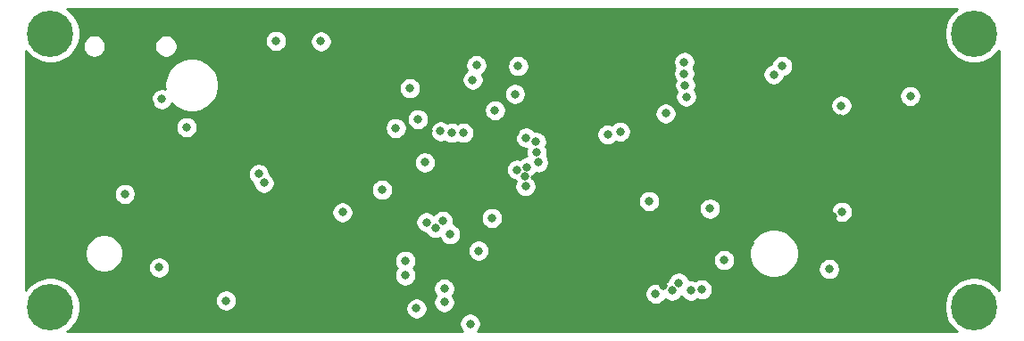
<source format=gbr>
G04 #@! TF.GenerationSoftware,KiCad,Pcbnew,(5.1.5)-3*
G04 #@! TF.CreationDate,2020-05-17T20:07:58+05:30*
G04 #@! TF.ProjectId,ArmTrax,41726d54-7261-4782-9e6b-696361645f70,rev?*
G04 #@! TF.SameCoordinates,Original*
G04 #@! TF.FileFunction,Copper,L2,Inr*
G04 #@! TF.FilePolarity,Positive*
%FSLAX46Y46*%
G04 Gerber Fmt 4.6, Leading zero omitted, Abs format (unit mm)*
G04 Created by KiCad (PCBNEW (5.1.5)-3) date 2020-05-17 20:07:58*
%MOMM*%
%LPD*%
G04 APERTURE LIST*
%ADD10C,4.400000*%
%ADD11C,0.700000*%
%ADD12C,0.800000*%
%ADD13C,0.254000*%
G04 APERTURE END LIST*
D10*
X150400000Y-76700000D03*
D11*
X152050000Y-76700000D03*
X151566726Y-77866726D03*
X150400000Y-78350000D03*
X149233274Y-77866726D03*
X148750000Y-76700000D03*
X149233274Y-75533274D03*
X150400000Y-75050000D03*
X151566726Y-75533274D03*
D10*
X150400000Y-50700000D03*
D11*
X152050000Y-50700000D03*
X151566726Y-51866726D03*
X150400000Y-52350000D03*
X149233274Y-51866726D03*
X148750000Y-50700000D03*
X149233274Y-49533274D03*
X150400000Y-49050000D03*
X151566726Y-49533274D03*
D10*
X62800000Y-76700000D03*
D11*
X64450000Y-76700000D03*
X63966726Y-77866726D03*
X62800000Y-78350000D03*
X61633274Y-77866726D03*
X61150000Y-76700000D03*
X61633274Y-75533274D03*
X62800000Y-75050000D03*
X63966726Y-75533274D03*
X63966726Y-49533274D03*
X62800000Y-49050000D03*
X61633274Y-49533274D03*
X61150000Y-50700000D03*
X61633274Y-51866726D03*
X62800000Y-52350000D03*
X63966726Y-51866726D03*
X64450000Y-50700000D03*
D10*
X62800000Y-50700000D03*
D12*
X147400000Y-64700000D03*
X138400000Y-64700000D03*
X136400000Y-64700000D03*
X133400000Y-64700000D03*
X131400000Y-64700000D03*
X129400000Y-64700000D03*
X127400000Y-64700000D03*
X125400000Y-64700000D03*
X121520010Y-64579990D03*
X112000000Y-66100000D03*
X112000000Y-68100000D03*
X112000000Y-70100000D03*
X112000000Y-72100000D03*
X112000000Y-74100000D03*
X112379999Y-76720001D03*
X125379999Y-76720001D03*
X127379999Y-76720001D03*
X129379999Y-76720001D03*
X131379999Y-76720001D03*
X133379999Y-76720001D03*
X135379999Y-76720001D03*
X137379999Y-76720001D03*
X139379999Y-76720001D03*
X141379999Y-76720001D03*
X143379999Y-76720001D03*
X145379999Y-76720001D03*
X147250000Y-76550000D03*
X140400000Y-64700000D03*
X142400000Y-64700000D03*
X145400000Y-64700000D03*
X147400000Y-62700000D03*
X145400000Y-62700000D03*
X142400000Y-62700000D03*
X140400000Y-62700000D03*
X138400000Y-62700000D03*
X136400000Y-62700000D03*
X133400000Y-62700000D03*
X131400000Y-62700000D03*
X129400000Y-62700000D03*
X127400000Y-62700000D03*
X125400000Y-62700000D03*
X121429999Y-62670001D03*
X119879999Y-60220001D03*
X119879999Y-58220001D03*
X119879999Y-52220001D03*
X128279999Y-50820001D03*
X130279999Y-50820001D03*
X132279999Y-50820001D03*
X134279999Y-50820001D03*
X136279999Y-50820001D03*
X138279999Y-50820001D03*
X140279999Y-50820001D03*
X142279999Y-50820001D03*
X144279999Y-50820001D03*
X146279999Y-50820001D03*
X147400000Y-51700000D03*
X147400000Y-53500000D03*
X147300000Y-73800000D03*
X150800000Y-64700000D03*
X150900000Y-62700000D03*
X136700000Y-54850000D03*
X137675000Y-58775000D03*
X132550000Y-58900000D03*
X132600000Y-61100000D03*
X140000000Y-57400000D03*
X140900000Y-56900000D03*
X143200000Y-55400000D03*
X147200000Y-55300000D03*
X149300000Y-59200000D03*
X151300000Y-68200000D03*
X151200000Y-71100000D03*
X149400000Y-71100000D03*
X149700000Y-68300000D03*
X144100000Y-68200000D03*
X141100000Y-72500000D03*
X143400000Y-72400000D03*
X139700000Y-73500000D03*
X136300000Y-74600000D03*
X140100000Y-68100000D03*
X137000000Y-68100000D03*
X135800000Y-67700000D03*
X132300000Y-67400000D03*
X130000000Y-66700000D03*
X130000000Y-67600000D03*
X126500000Y-66300000D03*
X122800000Y-52200000D03*
X121400000Y-61400000D03*
X134400000Y-75400000D03*
X129100000Y-70650000D03*
X126650000Y-73650000D03*
X126518552Y-69876810D03*
X117850000Y-74500000D03*
X115050000Y-71950000D03*
X116750000Y-71900000D03*
X107550000Y-58900000D03*
X106900000Y-60150000D03*
X98150000Y-54900000D03*
X98700000Y-60000000D03*
X94450000Y-53850000D03*
X99500000Y-54150000D03*
X106750000Y-66100000D03*
X95300000Y-66800000D03*
X89750000Y-61000000D03*
X89200000Y-62350000D03*
X89100000Y-63950000D03*
X89300000Y-65450000D03*
X90700000Y-57250000D03*
X92050000Y-55700000D03*
X94300000Y-55650000D03*
X96400000Y-57350000D03*
X103350000Y-68500000D03*
X72250000Y-57350000D03*
X67950000Y-57100000D03*
X73000000Y-59600000D03*
X76400000Y-63800000D03*
X96300000Y-76150000D03*
X104950000Y-73200000D03*
X88300000Y-55000000D03*
X86650000Y-55050000D03*
X81450000Y-51150000D03*
X81250000Y-56450000D03*
X82550000Y-56400000D03*
X75000000Y-74155000D03*
X78600000Y-70550000D03*
X80600000Y-69550000D03*
X86750000Y-74050000D03*
X88000000Y-75300000D03*
X70000000Y-72200000D03*
X74400000Y-66750000D03*
X150850000Y-56150000D03*
X151350000Y-59150000D03*
X67300000Y-59150000D03*
X120961671Y-74677677D03*
X95400000Y-63700000D03*
X121750000Y-57250000D03*
X144500000Y-59200000D03*
X85950000Y-61400000D03*
X122100000Y-66000000D03*
X98300000Y-62950000D03*
X90500000Y-67700000D03*
X137850000Y-67650000D03*
X125350000Y-67350000D03*
X104950000Y-58000000D03*
X102850000Y-55100000D03*
X96900000Y-55900000D03*
X103400000Y-71350000D03*
X88450000Y-51450000D03*
X84200000Y-51400000D03*
X79450000Y-76100000D03*
X94250000Y-65550000D03*
X121150000Y-58300000D03*
X104650000Y-68250000D03*
X97650000Y-58850000D03*
X95550000Y-59700000D03*
X120200000Y-75450000D03*
X73100000Y-72950000D03*
X69850000Y-65950000D03*
X73350000Y-56950000D03*
X75700000Y-59600000D03*
X122900000Y-53400000D03*
X109050000Y-62950000D03*
X122900000Y-54500000D03*
X108000000Y-63400000D03*
X107150000Y-53800000D03*
X103200000Y-53700000D03*
X107900000Y-60600000D03*
X106850000Y-56450000D03*
X132200000Y-53800000D03*
X101950000Y-60150000D03*
X82550000Y-64050000D03*
X131400000Y-54600000D03*
X100850000Y-60150000D03*
X83050000Y-64900000D03*
X127000000Y-61100000D03*
X107840118Y-64306003D03*
X99800000Y-60000000D03*
X107050000Y-63650000D03*
X96450000Y-72300000D03*
X123000000Y-55600000D03*
X108900000Y-62000000D03*
X115650000Y-60300000D03*
X123100000Y-56700000D03*
X108850000Y-61000000D03*
X116831084Y-60031084D03*
X119581388Y-66645000D03*
X107851567Y-65225934D03*
X100150000Y-76250000D03*
X123550000Y-75150000D03*
X102600000Y-78300000D03*
X100700000Y-69800000D03*
X122378973Y-74413182D03*
X99995000Y-68516168D03*
X96450000Y-73700000D03*
X99300000Y-69200000D03*
X100150000Y-74950000D03*
X121754990Y-75143581D03*
X98450000Y-68650000D03*
X124550000Y-75050000D03*
X97500000Y-76850000D03*
X126700000Y-72250000D03*
X136650000Y-73100000D03*
X144350000Y-56650000D03*
X137800000Y-57550000D03*
D13*
G36*
X148592793Y-48497912D02*
G01*
X148197912Y-48892793D01*
X147887656Y-49357124D01*
X147673948Y-49873061D01*
X147565000Y-50420777D01*
X147565000Y-50979223D01*
X147673948Y-51526939D01*
X147887656Y-52042876D01*
X148197912Y-52507207D01*
X148592793Y-52902088D01*
X149057124Y-53212344D01*
X149573061Y-53426052D01*
X150120777Y-53535000D01*
X150679223Y-53535000D01*
X151226939Y-53426052D01*
X151742876Y-53212344D01*
X152207207Y-52902088D01*
X152602088Y-52507207D01*
X152740000Y-52300807D01*
X152740001Y-75099194D01*
X152602088Y-74892793D01*
X152207207Y-74497912D01*
X151742876Y-74187656D01*
X151226939Y-73973948D01*
X150679223Y-73865000D01*
X150120777Y-73865000D01*
X149573061Y-73973948D01*
X149057124Y-74187656D01*
X148592793Y-74497912D01*
X148197912Y-74892793D01*
X147887656Y-75357124D01*
X147673948Y-75873061D01*
X147565000Y-76420777D01*
X147565000Y-76979223D01*
X147673948Y-77526939D01*
X147887656Y-78042876D01*
X148197912Y-78507207D01*
X148592793Y-78902088D01*
X148799193Y-79040000D01*
X103323711Y-79040000D01*
X103403937Y-78959774D01*
X103517205Y-78790256D01*
X103595226Y-78601898D01*
X103635000Y-78401939D01*
X103635000Y-78198061D01*
X103595226Y-77998102D01*
X103517205Y-77809744D01*
X103403937Y-77640226D01*
X103259774Y-77496063D01*
X103090256Y-77382795D01*
X102901898Y-77304774D01*
X102701939Y-77265000D01*
X102498061Y-77265000D01*
X102298102Y-77304774D01*
X102109744Y-77382795D01*
X101940226Y-77496063D01*
X101796063Y-77640226D01*
X101682795Y-77809744D01*
X101604774Y-77998102D01*
X101565000Y-78198061D01*
X101565000Y-78401939D01*
X101604774Y-78601898D01*
X101682795Y-78790256D01*
X101796063Y-78959774D01*
X101876289Y-79040000D01*
X64400807Y-79040000D01*
X64607207Y-78902088D01*
X65002088Y-78507207D01*
X65312344Y-78042876D01*
X65526052Y-77526939D01*
X65635000Y-76979223D01*
X65635000Y-76420777D01*
X65550917Y-75998061D01*
X78415000Y-75998061D01*
X78415000Y-76201939D01*
X78454774Y-76401898D01*
X78532795Y-76590256D01*
X78646063Y-76759774D01*
X78790226Y-76903937D01*
X78959744Y-77017205D01*
X79148102Y-77095226D01*
X79348061Y-77135000D01*
X79551939Y-77135000D01*
X79751898Y-77095226D01*
X79940256Y-77017205D01*
X80109774Y-76903937D01*
X80253937Y-76759774D01*
X80261763Y-76748061D01*
X96465000Y-76748061D01*
X96465000Y-76951939D01*
X96504774Y-77151898D01*
X96582795Y-77340256D01*
X96696063Y-77509774D01*
X96840226Y-77653937D01*
X97009744Y-77767205D01*
X97198102Y-77845226D01*
X97398061Y-77885000D01*
X97601939Y-77885000D01*
X97801898Y-77845226D01*
X97990256Y-77767205D01*
X98159774Y-77653937D01*
X98303937Y-77509774D01*
X98417205Y-77340256D01*
X98495226Y-77151898D01*
X98535000Y-76951939D01*
X98535000Y-76748061D01*
X98495226Y-76548102D01*
X98417205Y-76359744D01*
X98303937Y-76190226D01*
X98159774Y-76046063D01*
X97990256Y-75932795D01*
X97801898Y-75854774D01*
X97601939Y-75815000D01*
X97398061Y-75815000D01*
X97198102Y-75854774D01*
X97009744Y-75932795D01*
X96840226Y-76046063D01*
X96696063Y-76190226D01*
X96582795Y-76359744D01*
X96504774Y-76548102D01*
X96465000Y-76748061D01*
X80261763Y-76748061D01*
X80367205Y-76590256D01*
X80445226Y-76401898D01*
X80485000Y-76201939D01*
X80485000Y-75998061D01*
X80445226Y-75798102D01*
X80367205Y-75609744D01*
X80253937Y-75440226D01*
X80109774Y-75296063D01*
X79940256Y-75182795D01*
X79751898Y-75104774D01*
X79551939Y-75065000D01*
X79348061Y-75065000D01*
X79148102Y-75104774D01*
X78959744Y-75182795D01*
X78790226Y-75296063D01*
X78646063Y-75440226D01*
X78532795Y-75609744D01*
X78454774Y-75798102D01*
X78415000Y-75998061D01*
X65550917Y-75998061D01*
X65526052Y-75873061D01*
X65312344Y-75357124D01*
X65002088Y-74892793D01*
X64957356Y-74848061D01*
X99115000Y-74848061D01*
X99115000Y-75051939D01*
X99154774Y-75251898D01*
X99232795Y-75440256D01*
X99339532Y-75600000D01*
X99232795Y-75759744D01*
X99154774Y-75948102D01*
X99115000Y-76148061D01*
X99115000Y-76351939D01*
X99154774Y-76551898D01*
X99232795Y-76740256D01*
X99346063Y-76909774D01*
X99490226Y-77053937D01*
X99659744Y-77167205D01*
X99848102Y-77245226D01*
X100048061Y-77285000D01*
X100251939Y-77285000D01*
X100451898Y-77245226D01*
X100640256Y-77167205D01*
X100809774Y-77053937D01*
X100953937Y-76909774D01*
X101067205Y-76740256D01*
X101145226Y-76551898D01*
X101185000Y-76351939D01*
X101185000Y-76148061D01*
X101145226Y-75948102D01*
X101067205Y-75759744D01*
X100960468Y-75600000D01*
X101067205Y-75440256D01*
X101105393Y-75348061D01*
X119165000Y-75348061D01*
X119165000Y-75551939D01*
X119204774Y-75751898D01*
X119282795Y-75940256D01*
X119396063Y-76109774D01*
X119540226Y-76253937D01*
X119709744Y-76367205D01*
X119898102Y-76445226D01*
X120098061Y-76485000D01*
X120301939Y-76485000D01*
X120501898Y-76445226D01*
X120690256Y-76367205D01*
X120859774Y-76253937D01*
X121003937Y-76109774D01*
X121107063Y-75955434D01*
X121264734Y-76060786D01*
X121453092Y-76138807D01*
X121653051Y-76178581D01*
X121856929Y-76178581D01*
X122056888Y-76138807D01*
X122245246Y-76060786D01*
X122414764Y-75947518D01*
X122558927Y-75803355D01*
X122650350Y-75666530D01*
X122746063Y-75809774D01*
X122890226Y-75953937D01*
X123059744Y-76067205D01*
X123248102Y-76145226D01*
X123448061Y-76185000D01*
X123651939Y-76185000D01*
X123851898Y-76145226D01*
X124040256Y-76067205D01*
X124140102Y-76000490D01*
X124248102Y-76045226D01*
X124448061Y-76085000D01*
X124651939Y-76085000D01*
X124851898Y-76045226D01*
X125040256Y-75967205D01*
X125209774Y-75853937D01*
X125353937Y-75709774D01*
X125467205Y-75540256D01*
X125545226Y-75351898D01*
X125585000Y-75151939D01*
X125585000Y-74948061D01*
X125545226Y-74748102D01*
X125467205Y-74559744D01*
X125353937Y-74390226D01*
X125209774Y-74246063D01*
X125040256Y-74132795D01*
X124851898Y-74054774D01*
X124651939Y-74015000D01*
X124448061Y-74015000D01*
X124248102Y-74054774D01*
X124059744Y-74132795D01*
X123959898Y-74199510D01*
X123851898Y-74154774D01*
X123651939Y-74115000D01*
X123448061Y-74115000D01*
X123377721Y-74128991D01*
X123374199Y-74111284D01*
X123296178Y-73922926D01*
X123182910Y-73753408D01*
X123038747Y-73609245D01*
X122869229Y-73495977D01*
X122680871Y-73417956D01*
X122480912Y-73378182D01*
X122277034Y-73378182D01*
X122077075Y-73417956D01*
X121888717Y-73495977D01*
X121719199Y-73609245D01*
X121575036Y-73753408D01*
X121461768Y-73922926D01*
X121383747Y-74111284D01*
X121369485Y-74182987D01*
X121264734Y-74226376D01*
X121095216Y-74339644D01*
X120951053Y-74483807D01*
X120847927Y-74638147D01*
X120690256Y-74532795D01*
X120501898Y-74454774D01*
X120301939Y-74415000D01*
X120098061Y-74415000D01*
X119898102Y-74454774D01*
X119709744Y-74532795D01*
X119540226Y-74646063D01*
X119396063Y-74790226D01*
X119282795Y-74959744D01*
X119204774Y-75148102D01*
X119165000Y-75348061D01*
X101105393Y-75348061D01*
X101145226Y-75251898D01*
X101185000Y-75051939D01*
X101185000Y-74848061D01*
X101145226Y-74648102D01*
X101067205Y-74459744D01*
X100953937Y-74290226D01*
X100809774Y-74146063D01*
X100640256Y-74032795D01*
X100451898Y-73954774D01*
X100251939Y-73915000D01*
X100048061Y-73915000D01*
X99848102Y-73954774D01*
X99659744Y-74032795D01*
X99490226Y-74146063D01*
X99346063Y-74290226D01*
X99232795Y-74459744D01*
X99154774Y-74648102D01*
X99115000Y-74848061D01*
X64957356Y-74848061D01*
X64607207Y-74497912D01*
X64142876Y-74187656D01*
X63626939Y-73973948D01*
X63079223Y-73865000D01*
X62520777Y-73865000D01*
X61973061Y-73973948D01*
X61457124Y-74187656D01*
X60992793Y-74497912D01*
X60597912Y-74892793D01*
X60460000Y-75099193D01*
X60460000Y-71419761D01*
X66040000Y-71419761D01*
X66040000Y-71780239D01*
X66110325Y-72133791D01*
X66248275Y-72466830D01*
X66448546Y-72766557D01*
X66703443Y-73021454D01*
X67003170Y-73221725D01*
X67336209Y-73359675D01*
X67689761Y-73430000D01*
X68050239Y-73430000D01*
X68403791Y-73359675D01*
X68736830Y-73221725D01*
X69036557Y-73021454D01*
X69209950Y-72848061D01*
X72065000Y-72848061D01*
X72065000Y-73051939D01*
X72104774Y-73251898D01*
X72182795Y-73440256D01*
X72296063Y-73609774D01*
X72440226Y-73753937D01*
X72609744Y-73867205D01*
X72798102Y-73945226D01*
X72998061Y-73985000D01*
X73201939Y-73985000D01*
X73401898Y-73945226D01*
X73590256Y-73867205D01*
X73759774Y-73753937D01*
X73903937Y-73609774D01*
X74017205Y-73440256D01*
X74095226Y-73251898D01*
X74135000Y-73051939D01*
X74135000Y-72848061D01*
X74095226Y-72648102D01*
X74017205Y-72459744D01*
X73903937Y-72290226D01*
X73811772Y-72198061D01*
X95415000Y-72198061D01*
X95415000Y-72401939D01*
X95454774Y-72601898D01*
X95532795Y-72790256D01*
X95646063Y-72959774D01*
X95686289Y-73000000D01*
X95646063Y-73040226D01*
X95532795Y-73209744D01*
X95454774Y-73398102D01*
X95415000Y-73598061D01*
X95415000Y-73801939D01*
X95454774Y-74001898D01*
X95532795Y-74190256D01*
X95646063Y-74359774D01*
X95790226Y-74503937D01*
X95959744Y-74617205D01*
X96148102Y-74695226D01*
X96348061Y-74735000D01*
X96551939Y-74735000D01*
X96751898Y-74695226D01*
X96940256Y-74617205D01*
X97109774Y-74503937D01*
X97253937Y-74359774D01*
X97367205Y-74190256D01*
X97445226Y-74001898D01*
X97485000Y-73801939D01*
X97485000Y-73598061D01*
X97445226Y-73398102D01*
X97367205Y-73209744D01*
X97253937Y-73040226D01*
X97213711Y-73000000D01*
X97253937Y-72959774D01*
X97367205Y-72790256D01*
X97445226Y-72601898D01*
X97485000Y-72401939D01*
X97485000Y-72198061D01*
X97445226Y-71998102D01*
X97367205Y-71809744D01*
X97253937Y-71640226D01*
X97109774Y-71496063D01*
X96940256Y-71382795D01*
X96751898Y-71304774D01*
X96551939Y-71265000D01*
X96348061Y-71265000D01*
X96148102Y-71304774D01*
X95959744Y-71382795D01*
X95790226Y-71496063D01*
X95646063Y-71640226D01*
X95532795Y-71809744D01*
X95454774Y-71998102D01*
X95415000Y-72198061D01*
X73811772Y-72198061D01*
X73759774Y-72146063D01*
X73590256Y-72032795D01*
X73401898Y-71954774D01*
X73201939Y-71915000D01*
X72998061Y-71915000D01*
X72798102Y-71954774D01*
X72609744Y-72032795D01*
X72440226Y-72146063D01*
X72296063Y-72290226D01*
X72182795Y-72459744D01*
X72104774Y-72648102D01*
X72065000Y-72848061D01*
X69209950Y-72848061D01*
X69291454Y-72766557D01*
X69491725Y-72466830D01*
X69629675Y-72133791D01*
X69700000Y-71780239D01*
X69700000Y-71419761D01*
X69665848Y-71248061D01*
X102365000Y-71248061D01*
X102365000Y-71451939D01*
X102404774Y-71651898D01*
X102482795Y-71840256D01*
X102596063Y-72009774D01*
X102740226Y-72153937D01*
X102909744Y-72267205D01*
X103098102Y-72345226D01*
X103298061Y-72385000D01*
X103501939Y-72385000D01*
X103701898Y-72345226D01*
X103890256Y-72267205D01*
X104059774Y-72153937D01*
X104065650Y-72148061D01*
X125665000Y-72148061D01*
X125665000Y-72351939D01*
X125704774Y-72551898D01*
X125782795Y-72740256D01*
X125896063Y-72909774D01*
X126040226Y-73053937D01*
X126209744Y-73167205D01*
X126398102Y-73245226D01*
X126598061Y-73285000D01*
X126801939Y-73285000D01*
X127001898Y-73245226D01*
X127190256Y-73167205D01*
X127359774Y-73053937D01*
X127503937Y-72909774D01*
X127617205Y-72740256D01*
X127695226Y-72551898D01*
X127735000Y-72351939D01*
X127735000Y-72148061D01*
X127695226Y-71948102D01*
X127617205Y-71759744D01*
X127503937Y-71590226D01*
X127359774Y-71446063D01*
X127242286Y-71367560D01*
X129040000Y-71367560D01*
X129040000Y-71832440D01*
X129130694Y-72288387D01*
X129308595Y-72717879D01*
X129566868Y-73104412D01*
X129895588Y-73433132D01*
X130282121Y-73691405D01*
X130711613Y-73869306D01*
X131167560Y-73960000D01*
X131632440Y-73960000D01*
X132088387Y-73869306D01*
X132517879Y-73691405D01*
X132904412Y-73433132D01*
X133233132Y-73104412D01*
X133304193Y-72998061D01*
X135615000Y-72998061D01*
X135615000Y-73201939D01*
X135654774Y-73401898D01*
X135732795Y-73590256D01*
X135846063Y-73759774D01*
X135990226Y-73903937D01*
X136159744Y-74017205D01*
X136348102Y-74095226D01*
X136548061Y-74135000D01*
X136751939Y-74135000D01*
X136951898Y-74095226D01*
X137140256Y-74017205D01*
X137309774Y-73903937D01*
X137453937Y-73759774D01*
X137567205Y-73590256D01*
X137645226Y-73401898D01*
X137685000Y-73201939D01*
X137685000Y-72998061D01*
X137645226Y-72798102D01*
X137567205Y-72609744D01*
X137453937Y-72440226D01*
X137309774Y-72296063D01*
X137140256Y-72182795D01*
X136951898Y-72104774D01*
X136751939Y-72065000D01*
X136548061Y-72065000D01*
X136348102Y-72104774D01*
X136159744Y-72182795D01*
X135990226Y-72296063D01*
X135846063Y-72440226D01*
X135732795Y-72609744D01*
X135654774Y-72798102D01*
X135615000Y-72998061D01*
X133304193Y-72998061D01*
X133491405Y-72717879D01*
X133669306Y-72288387D01*
X133760000Y-71832440D01*
X133760000Y-71367560D01*
X133669306Y-70911613D01*
X133491405Y-70482121D01*
X133233132Y-70095588D01*
X132904412Y-69766868D01*
X132517879Y-69508595D01*
X132088387Y-69330694D01*
X131632440Y-69240000D01*
X131167560Y-69240000D01*
X130711613Y-69330694D01*
X130282121Y-69508595D01*
X129895588Y-69766868D01*
X129566868Y-70095588D01*
X129308595Y-70482121D01*
X129130694Y-70911613D01*
X129040000Y-71367560D01*
X127242286Y-71367560D01*
X127190256Y-71332795D01*
X127001898Y-71254774D01*
X126801939Y-71215000D01*
X126598061Y-71215000D01*
X126398102Y-71254774D01*
X126209744Y-71332795D01*
X126040226Y-71446063D01*
X125896063Y-71590226D01*
X125782795Y-71759744D01*
X125704774Y-71948102D01*
X125665000Y-72148061D01*
X104065650Y-72148061D01*
X104203937Y-72009774D01*
X104317205Y-71840256D01*
X104395226Y-71651898D01*
X104435000Y-71451939D01*
X104435000Y-71248061D01*
X104395226Y-71048102D01*
X104317205Y-70859744D01*
X104203937Y-70690226D01*
X104059774Y-70546063D01*
X103890256Y-70432795D01*
X103701898Y-70354774D01*
X103501939Y-70315000D01*
X103298061Y-70315000D01*
X103098102Y-70354774D01*
X102909744Y-70432795D01*
X102740226Y-70546063D01*
X102596063Y-70690226D01*
X102482795Y-70859744D01*
X102404774Y-71048102D01*
X102365000Y-71248061D01*
X69665848Y-71248061D01*
X69629675Y-71066209D01*
X69491725Y-70733170D01*
X69291454Y-70433443D01*
X69036557Y-70178546D01*
X68736830Y-69978275D01*
X68403791Y-69840325D01*
X68050239Y-69770000D01*
X67689761Y-69770000D01*
X67336209Y-69840325D01*
X67003170Y-69978275D01*
X66703443Y-70178546D01*
X66448546Y-70433443D01*
X66248275Y-70733170D01*
X66110325Y-71066209D01*
X66040000Y-71419761D01*
X60460000Y-71419761D01*
X60460000Y-67598061D01*
X89465000Y-67598061D01*
X89465000Y-67801939D01*
X89504774Y-68001898D01*
X89582795Y-68190256D01*
X89696063Y-68359774D01*
X89840226Y-68503937D01*
X90009744Y-68617205D01*
X90198102Y-68695226D01*
X90398061Y-68735000D01*
X90601939Y-68735000D01*
X90801898Y-68695226D01*
X90990256Y-68617205D01*
X91093737Y-68548061D01*
X97415000Y-68548061D01*
X97415000Y-68751939D01*
X97454774Y-68951898D01*
X97532795Y-69140256D01*
X97646063Y-69309774D01*
X97790226Y-69453937D01*
X97959744Y-69567205D01*
X98148102Y-69645226D01*
X98348061Y-69685000D01*
X98380618Y-69685000D01*
X98382795Y-69690256D01*
X98496063Y-69859774D01*
X98640226Y-70003937D01*
X98809744Y-70117205D01*
X98998102Y-70195226D01*
X99198061Y-70235000D01*
X99401939Y-70235000D01*
X99601898Y-70195226D01*
X99722705Y-70145186D01*
X99782795Y-70290256D01*
X99896063Y-70459774D01*
X100040226Y-70603937D01*
X100209744Y-70717205D01*
X100398102Y-70795226D01*
X100598061Y-70835000D01*
X100801939Y-70835000D01*
X101001898Y-70795226D01*
X101190256Y-70717205D01*
X101359774Y-70603937D01*
X101503937Y-70459774D01*
X101617205Y-70290256D01*
X101695226Y-70101898D01*
X101735000Y-69901939D01*
X101735000Y-69698061D01*
X101695226Y-69498102D01*
X101617205Y-69309744D01*
X101503937Y-69140226D01*
X101359774Y-68996063D01*
X101190256Y-68882795D01*
X101001898Y-68804774D01*
X100993214Y-68803047D01*
X101030000Y-68618107D01*
X101030000Y-68414229D01*
X100990226Y-68214270D01*
X100962802Y-68148061D01*
X103615000Y-68148061D01*
X103615000Y-68351939D01*
X103654774Y-68551898D01*
X103732795Y-68740256D01*
X103846063Y-68909774D01*
X103990226Y-69053937D01*
X104159744Y-69167205D01*
X104348102Y-69245226D01*
X104548061Y-69285000D01*
X104751939Y-69285000D01*
X104951898Y-69245226D01*
X105140256Y-69167205D01*
X105309774Y-69053937D01*
X105453937Y-68909774D01*
X105567205Y-68740256D01*
X105645226Y-68551898D01*
X105685000Y-68351939D01*
X105685000Y-68148061D01*
X105645226Y-67948102D01*
X105567205Y-67759744D01*
X105453937Y-67590226D01*
X105309774Y-67446063D01*
X105140256Y-67332795D01*
X104951898Y-67254774D01*
X104751939Y-67215000D01*
X104548061Y-67215000D01*
X104348102Y-67254774D01*
X104159744Y-67332795D01*
X103990226Y-67446063D01*
X103846063Y-67590226D01*
X103732795Y-67759744D01*
X103654774Y-67948102D01*
X103615000Y-68148061D01*
X100962802Y-68148061D01*
X100912205Y-68025912D01*
X100798937Y-67856394D01*
X100654774Y-67712231D01*
X100485256Y-67598963D01*
X100296898Y-67520942D01*
X100096939Y-67481168D01*
X99893061Y-67481168D01*
X99693102Y-67520942D01*
X99504744Y-67598963D01*
X99335226Y-67712231D01*
X99191063Y-67856394D01*
X99162641Y-67898930D01*
X99109774Y-67846063D01*
X98940256Y-67732795D01*
X98751898Y-67654774D01*
X98551939Y-67615000D01*
X98348061Y-67615000D01*
X98148102Y-67654774D01*
X97959744Y-67732795D01*
X97790226Y-67846063D01*
X97646063Y-67990226D01*
X97532795Y-68159744D01*
X97454774Y-68348102D01*
X97415000Y-68548061D01*
X91093737Y-68548061D01*
X91159774Y-68503937D01*
X91303937Y-68359774D01*
X91417205Y-68190256D01*
X91495226Y-68001898D01*
X91535000Y-67801939D01*
X91535000Y-67598061D01*
X91495226Y-67398102D01*
X91417205Y-67209744D01*
X91303937Y-67040226D01*
X91159774Y-66896063D01*
X90990256Y-66782795D01*
X90801898Y-66704774D01*
X90601939Y-66665000D01*
X90398061Y-66665000D01*
X90198102Y-66704774D01*
X90009744Y-66782795D01*
X89840226Y-66896063D01*
X89696063Y-67040226D01*
X89582795Y-67209744D01*
X89504774Y-67398102D01*
X89465000Y-67598061D01*
X60460000Y-67598061D01*
X60460000Y-65848061D01*
X68815000Y-65848061D01*
X68815000Y-66051939D01*
X68854774Y-66251898D01*
X68932795Y-66440256D01*
X69046063Y-66609774D01*
X69190226Y-66753937D01*
X69359744Y-66867205D01*
X69548102Y-66945226D01*
X69748061Y-66985000D01*
X69951939Y-66985000D01*
X70151898Y-66945226D01*
X70340256Y-66867205D01*
X70509774Y-66753937D01*
X70653937Y-66609774D01*
X70767205Y-66440256D01*
X70845226Y-66251898D01*
X70885000Y-66051939D01*
X70885000Y-65848061D01*
X70845226Y-65648102D01*
X70767205Y-65459744D01*
X70653937Y-65290226D01*
X70509774Y-65146063D01*
X70340256Y-65032795D01*
X70151898Y-64954774D01*
X69951939Y-64915000D01*
X69748061Y-64915000D01*
X69548102Y-64954774D01*
X69359744Y-65032795D01*
X69190226Y-65146063D01*
X69046063Y-65290226D01*
X68932795Y-65459744D01*
X68854774Y-65648102D01*
X68815000Y-65848061D01*
X60460000Y-65848061D01*
X60460000Y-63948061D01*
X81515000Y-63948061D01*
X81515000Y-64151939D01*
X81554774Y-64351898D01*
X81632795Y-64540256D01*
X81746063Y-64709774D01*
X81890226Y-64853937D01*
X82015000Y-64937308D01*
X82015000Y-65001939D01*
X82054774Y-65201898D01*
X82132795Y-65390256D01*
X82246063Y-65559774D01*
X82390226Y-65703937D01*
X82559744Y-65817205D01*
X82748102Y-65895226D01*
X82948061Y-65935000D01*
X83151939Y-65935000D01*
X83351898Y-65895226D01*
X83540256Y-65817205D01*
X83709774Y-65703937D01*
X83853937Y-65559774D01*
X83928581Y-65448061D01*
X93215000Y-65448061D01*
X93215000Y-65651939D01*
X93254774Y-65851898D01*
X93332795Y-66040256D01*
X93446063Y-66209774D01*
X93590226Y-66353937D01*
X93759744Y-66467205D01*
X93948102Y-66545226D01*
X94148061Y-66585000D01*
X94351939Y-66585000D01*
X94551898Y-66545226D01*
X94557124Y-66543061D01*
X118546388Y-66543061D01*
X118546388Y-66746939D01*
X118586162Y-66946898D01*
X118664183Y-67135256D01*
X118777451Y-67304774D01*
X118921614Y-67448937D01*
X119091132Y-67562205D01*
X119279490Y-67640226D01*
X119479449Y-67680000D01*
X119683327Y-67680000D01*
X119883286Y-67640226D01*
X120071644Y-67562205D01*
X120241162Y-67448937D01*
X120385325Y-67304774D01*
X120423219Y-67248061D01*
X124315000Y-67248061D01*
X124315000Y-67451939D01*
X124354774Y-67651898D01*
X124432795Y-67840256D01*
X124546063Y-68009774D01*
X124690226Y-68153937D01*
X124859744Y-68267205D01*
X125048102Y-68345226D01*
X125248061Y-68385000D01*
X125451939Y-68385000D01*
X125651898Y-68345226D01*
X125840256Y-68267205D01*
X126009774Y-68153937D01*
X126153937Y-68009774D01*
X126267205Y-67840256D01*
X126345226Y-67651898D01*
X126365880Y-67548061D01*
X136815000Y-67548061D01*
X136815000Y-67751939D01*
X136854774Y-67951898D01*
X136932795Y-68140256D01*
X137046063Y-68309774D01*
X137190226Y-68453937D01*
X137359744Y-68567205D01*
X137548102Y-68645226D01*
X137748061Y-68685000D01*
X137951939Y-68685000D01*
X138151898Y-68645226D01*
X138340256Y-68567205D01*
X138509774Y-68453937D01*
X138653937Y-68309774D01*
X138767205Y-68140256D01*
X138845226Y-67951898D01*
X138885000Y-67751939D01*
X138885000Y-67548061D01*
X138845226Y-67348102D01*
X138767205Y-67159744D01*
X138653937Y-66990226D01*
X138509774Y-66846063D01*
X138340256Y-66732795D01*
X138151898Y-66654774D01*
X137951939Y-66615000D01*
X137748061Y-66615000D01*
X137548102Y-66654774D01*
X137359744Y-66732795D01*
X137190226Y-66846063D01*
X137046063Y-66990226D01*
X136932795Y-67159744D01*
X136854774Y-67348102D01*
X136815000Y-67548061D01*
X126365880Y-67548061D01*
X126385000Y-67451939D01*
X126385000Y-67248061D01*
X126345226Y-67048102D01*
X126267205Y-66859744D01*
X126153937Y-66690226D01*
X126009774Y-66546063D01*
X125840256Y-66432795D01*
X125651898Y-66354774D01*
X125451939Y-66315000D01*
X125248061Y-66315000D01*
X125048102Y-66354774D01*
X124859744Y-66432795D01*
X124690226Y-66546063D01*
X124546063Y-66690226D01*
X124432795Y-66859744D01*
X124354774Y-67048102D01*
X124315000Y-67248061D01*
X120423219Y-67248061D01*
X120498593Y-67135256D01*
X120576614Y-66946898D01*
X120616388Y-66746939D01*
X120616388Y-66543061D01*
X120576614Y-66343102D01*
X120498593Y-66154744D01*
X120385325Y-65985226D01*
X120241162Y-65841063D01*
X120071644Y-65727795D01*
X119883286Y-65649774D01*
X119683327Y-65610000D01*
X119479449Y-65610000D01*
X119279490Y-65649774D01*
X119091132Y-65727795D01*
X118921614Y-65841063D01*
X118777451Y-65985226D01*
X118664183Y-66154744D01*
X118586162Y-66343102D01*
X118546388Y-66543061D01*
X94557124Y-66543061D01*
X94740256Y-66467205D01*
X94909774Y-66353937D01*
X95053937Y-66209774D01*
X95167205Y-66040256D01*
X95245226Y-65851898D01*
X95285000Y-65651939D01*
X95285000Y-65448061D01*
X95245226Y-65248102D01*
X95167205Y-65059744D01*
X95053937Y-64890226D01*
X94909774Y-64746063D01*
X94740256Y-64632795D01*
X94551898Y-64554774D01*
X94351939Y-64515000D01*
X94148061Y-64515000D01*
X93948102Y-64554774D01*
X93759744Y-64632795D01*
X93590226Y-64746063D01*
X93446063Y-64890226D01*
X93332795Y-65059744D01*
X93254774Y-65248102D01*
X93215000Y-65448061D01*
X83928581Y-65448061D01*
X83967205Y-65390256D01*
X84045226Y-65201898D01*
X84085000Y-65001939D01*
X84085000Y-64798061D01*
X84045226Y-64598102D01*
X83967205Y-64409744D01*
X83853937Y-64240226D01*
X83709774Y-64096063D01*
X83585000Y-64012692D01*
X83585000Y-63948061D01*
X83545226Y-63748102D01*
X83467205Y-63559744D01*
X83353937Y-63390226D01*
X83209774Y-63246063D01*
X83040256Y-63132795D01*
X82851898Y-63054774D01*
X82651939Y-63015000D01*
X82448061Y-63015000D01*
X82248102Y-63054774D01*
X82059744Y-63132795D01*
X81890226Y-63246063D01*
X81746063Y-63390226D01*
X81632795Y-63559744D01*
X81554774Y-63748102D01*
X81515000Y-63948061D01*
X60460000Y-63948061D01*
X60460000Y-62848061D01*
X97265000Y-62848061D01*
X97265000Y-63051939D01*
X97304774Y-63251898D01*
X97382795Y-63440256D01*
X97496063Y-63609774D01*
X97640226Y-63753937D01*
X97809744Y-63867205D01*
X97998102Y-63945226D01*
X98198061Y-63985000D01*
X98401939Y-63985000D01*
X98601898Y-63945226D01*
X98790256Y-63867205D01*
X98959774Y-63753937D01*
X99103937Y-63609774D01*
X99145172Y-63548061D01*
X106015000Y-63548061D01*
X106015000Y-63751939D01*
X106054774Y-63951898D01*
X106132795Y-64140256D01*
X106246063Y-64309774D01*
X106390226Y-64453937D01*
X106559744Y-64567205D01*
X106748102Y-64645226D01*
X106948061Y-64685000D01*
X106968224Y-64685000D01*
X106934362Y-64735678D01*
X106856341Y-64924036D01*
X106816567Y-65123995D01*
X106816567Y-65327873D01*
X106856341Y-65527832D01*
X106934362Y-65716190D01*
X107047630Y-65885708D01*
X107191793Y-66029871D01*
X107361311Y-66143139D01*
X107549669Y-66221160D01*
X107749628Y-66260934D01*
X107953506Y-66260934D01*
X108153465Y-66221160D01*
X108341823Y-66143139D01*
X108511341Y-66029871D01*
X108655504Y-65885708D01*
X108768772Y-65716190D01*
X108846793Y-65527832D01*
X108886567Y-65327873D01*
X108886567Y-65123995D01*
X108846793Y-64924036D01*
X108768772Y-64735678D01*
X108655504Y-64566160D01*
X108511341Y-64421997D01*
X108406457Y-64351916D01*
X108490256Y-64317205D01*
X108659774Y-64203937D01*
X108803937Y-64059774D01*
X108864946Y-63968468D01*
X108948061Y-63985000D01*
X109151939Y-63985000D01*
X109351898Y-63945226D01*
X109540256Y-63867205D01*
X109709774Y-63753937D01*
X109853937Y-63609774D01*
X109967205Y-63440256D01*
X110045226Y-63251898D01*
X110085000Y-63051939D01*
X110085000Y-62848061D01*
X110045226Y-62648102D01*
X109967205Y-62459744D01*
X109882410Y-62332839D01*
X109895226Y-62301898D01*
X109935000Y-62101939D01*
X109935000Y-61898061D01*
X109895226Y-61698102D01*
X109817205Y-61509744D01*
X109781356Y-61456092D01*
X109845226Y-61301898D01*
X109885000Y-61101939D01*
X109885000Y-60898061D01*
X109845226Y-60698102D01*
X109767205Y-60509744D01*
X109653937Y-60340226D01*
X109511772Y-60198061D01*
X114615000Y-60198061D01*
X114615000Y-60401939D01*
X114654774Y-60601898D01*
X114732795Y-60790256D01*
X114846063Y-60959774D01*
X114990226Y-61103937D01*
X115159744Y-61217205D01*
X115348102Y-61295226D01*
X115548061Y-61335000D01*
X115751939Y-61335000D01*
X115951898Y-61295226D01*
X116140256Y-61217205D01*
X116309774Y-61103937D01*
X116428929Y-60984782D01*
X116529186Y-61026310D01*
X116729145Y-61066084D01*
X116933023Y-61066084D01*
X117132982Y-61026310D01*
X117321340Y-60948289D01*
X117490858Y-60835021D01*
X117635021Y-60690858D01*
X117748289Y-60521340D01*
X117826310Y-60332982D01*
X117866084Y-60133023D01*
X117866084Y-59929145D01*
X117826310Y-59729186D01*
X117748289Y-59540828D01*
X117635021Y-59371310D01*
X117490858Y-59227147D01*
X117321340Y-59113879D01*
X117132982Y-59035858D01*
X116933023Y-58996084D01*
X116729145Y-58996084D01*
X116529186Y-59035858D01*
X116340828Y-59113879D01*
X116171310Y-59227147D01*
X116052155Y-59346302D01*
X115951898Y-59304774D01*
X115751939Y-59265000D01*
X115548061Y-59265000D01*
X115348102Y-59304774D01*
X115159744Y-59382795D01*
X114990226Y-59496063D01*
X114846063Y-59640226D01*
X114732795Y-59809744D01*
X114654774Y-59998102D01*
X114615000Y-60198061D01*
X109511772Y-60198061D01*
X109509774Y-60196063D01*
X109340256Y-60082795D01*
X109151898Y-60004774D01*
X108951939Y-59965000D01*
X108748061Y-59965000D01*
X108723725Y-59969841D01*
X108703937Y-59940226D01*
X108559774Y-59796063D01*
X108390256Y-59682795D01*
X108201898Y-59604774D01*
X108001939Y-59565000D01*
X107798061Y-59565000D01*
X107598102Y-59604774D01*
X107409744Y-59682795D01*
X107240226Y-59796063D01*
X107096063Y-59940226D01*
X106982795Y-60109744D01*
X106904774Y-60298102D01*
X106865000Y-60498061D01*
X106865000Y-60701939D01*
X106904774Y-60901898D01*
X106982795Y-61090256D01*
X107096063Y-61259774D01*
X107240226Y-61403937D01*
X107409744Y-61517205D01*
X107598102Y-61595226D01*
X107798061Y-61635000D01*
X107930912Y-61635000D01*
X107904774Y-61698102D01*
X107865000Y-61898061D01*
X107865000Y-62101939D01*
X107904774Y-62301898D01*
X107930912Y-62365000D01*
X107898061Y-62365000D01*
X107698102Y-62404774D01*
X107509744Y-62482795D01*
X107340226Y-62596063D01*
X107293192Y-62643097D01*
X107151939Y-62615000D01*
X106948061Y-62615000D01*
X106748102Y-62654774D01*
X106559744Y-62732795D01*
X106390226Y-62846063D01*
X106246063Y-62990226D01*
X106132795Y-63159744D01*
X106054774Y-63348102D01*
X106015000Y-63548061D01*
X99145172Y-63548061D01*
X99217205Y-63440256D01*
X99295226Y-63251898D01*
X99335000Y-63051939D01*
X99335000Y-62848061D01*
X99295226Y-62648102D01*
X99217205Y-62459744D01*
X99103937Y-62290226D01*
X98959774Y-62146063D01*
X98790256Y-62032795D01*
X98601898Y-61954774D01*
X98401939Y-61915000D01*
X98198061Y-61915000D01*
X97998102Y-61954774D01*
X97809744Y-62032795D01*
X97640226Y-62146063D01*
X97496063Y-62290226D01*
X97382795Y-62459744D01*
X97304774Y-62648102D01*
X97265000Y-62848061D01*
X60460000Y-62848061D01*
X60460000Y-59498061D01*
X74665000Y-59498061D01*
X74665000Y-59701939D01*
X74704774Y-59901898D01*
X74782795Y-60090256D01*
X74896063Y-60259774D01*
X75040226Y-60403937D01*
X75209744Y-60517205D01*
X75398102Y-60595226D01*
X75598061Y-60635000D01*
X75801939Y-60635000D01*
X76001898Y-60595226D01*
X76190256Y-60517205D01*
X76359774Y-60403937D01*
X76503937Y-60259774D01*
X76617205Y-60090256D01*
X76695226Y-59901898D01*
X76735000Y-59701939D01*
X76735000Y-59598061D01*
X94515000Y-59598061D01*
X94515000Y-59801939D01*
X94554774Y-60001898D01*
X94632795Y-60190256D01*
X94746063Y-60359774D01*
X94890226Y-60503937D01*
X95059744Y-60617205D01*
X95248102Y-60695226D01*
X95448061Y-60735000D01*
X95651939Y-60735000D01*
X95851898Y-60695226D01*
X96040256Y-60617205D01*
X96209774Y-60503937D01*
X96353937Y-60359774D01*
X96467205Y-60190256D01*
X96545226Y-60001898D01*
X96565880Y-59898061D01*
X98765000Y-59898061D01*
X98765000Y-60101939D01*
X98804774Y-60301898D01*
X98882795Y-60490256D01*
X98996063Y-60659774D01*
X99140226Y-60803937D01*
X99309744Y-60917205D01*
X99498102Y-60995226D01*
X99698061Y-61035000D01*
X99901939Y-61035000D01*
X100101898Y-60995226D01*
X100194570Y-60956840D01*
X100359744Y-61067205D01*
X100548102Y-61145226D01*
X100748061Y-61185000D01*
X100951939Y-61185000D01*
X101151898Y-61145226D01*
X101340256Y-61067205D01*
X101400000Y-61027285D01*
X101459744Y-61067205D01*
X101648102Y-61145226D01*
X101848061Y-61185000D01*
X102051939Y-61185000D01*
X102251898Y-61145226D01*
X102440256Y-61067205D01*
X102609774Y-60953937D01*
X102753937Y-60809774D01*
X102867205Y-60640256D01*
X102945226Y-60451898D01*
X102985000Y-60251939D01*
X102985000Y-60048061D01*
X102945226Y-59848102D01*
X102867205Y-59659744D01*
X102753937Y-59490226D01*
X102609774Y-59346063D01*
X102440256Y-59232795D01*
X102251898Y-59154774D01*
X102051939Y-59115000D01*
X101848061Y-59115000D01*
X101648102Y-59154774D01*
X101459744Y-59232795D01*
X101400000Y-59272715D01*
X101340256Y-59232795D01*
X101151898Y-59154774D01*
X100951939Y-59115000D01*
X100748061Y-59115000D01*
X100548102Y-59154774D01*
X100455430Y-59193160D01*
X100290256Y-59082795D01*
X100101898Y-59004774D01*
X99901939Y-58965000D01*
X99698061Y-58965000D01*
X99498102Y-59004774D01*
X99309744Y-59082795D01*
X99140226Y-59196063D01*
X98996063Y-59340226D01*
X98882795Y-59509744D01*
X98804774Y-59698102D01*
X98765000Y-59898061D01*
X96565880Y-59898061D01*
X96585000Y-59801939D01*
X96585000Y-59598061D01*
X96545226Y-59398102D01*
X96467205Y-59209744D01*
X96353937Y-59040226D01*
X96209774Y-58896063D01*
X96040256Y-58782795D01*
X95956402Y-58748061D01*
X96615000Y-58748061D01*
X96615000Y-58951939D01*
X96654774Y-59151898D01*
X96732795Y-59340256D01*
X96846063Y-59509774D01*
X96990226Y-59653937D01*
X97159744Y-59767205D01*
X97348102Y-59845226D01*
X97548061Y-59885000D01*
X97751939Y-59885000D01*
X97951898Y-59845226D01*
X98140256Y-59767205D01*
X98309774Y-59653937D01*
X98453937Y-59509774D01*
X98567205Y-59340256D01*
X98645226Y-59151898D01*
X98685000Y-58951939D01*
X98685000Y-58748061D01*
X98645226Y-58548102D01*
X98567205Y-58359744D01*
X98453937Y-58190226D01*
X98309774Y-58046063D01*
X98140256Y-57932795D01*
X98056402Y-57898061D01*
X103915000Y-57898061D01*
X103915000Y-58101939D01*
X103954774Y-58301898D01*
X104032795Y-58490256D01*
X104146063Y-58659774D01*
X104290226Y-58803937D01*
X104459744Y-58917205D01*
X104648102Y-58995226D01*
X104848061Y-59035000D01*
X105051939Y-59035000D01*
X105251898Y-58995226D01*
X105440256Y-58917205D01*
X105609774Y-58803937D01*
X105753937Y-58659774D01*
X105867205Y-58490256D01*
X105945226Y-58301898D01*
X105965880Y-58198061D01*
X120115000Y-58198061D01*
X120115000Y-58401939D01*
X120154774Y-58601898D01*
X120232795Y-58790256D01*
X120346063Y-58959774D01*
X120490226Y-59103937D01*
X120659744Y-59217205D01*
X120848102Y-59295226D01*
X121048061Y-59335000D01*
X121251939Y-59335000D01*
X121451898Y-59295226D01*
X121640256Y-59217205D01*
X121809774Y-59103937D01*
X121953937Y-58959774D01*
X122067205Y-58790256D01*
X122145226Y-58601898D01*
X122185000Y-58401939D01*
X122185000Y-58198061D01*
X122145226Y-57998102D01*
X122067205Y-57809744D01*
X121953937Y-57640226D01*
X121809774Y-57496063D01*
X121640256Y-57382795D01*
X121451898Y-57304774D01*
X121251939Y-57265000D01*
X121048061Y-57265000D01*
X120848102Y-57304774D01*
X120659744Y-57382795D01*
X120490226Y-57496063D01*
X120346063Y-57640226D01*
X120232795Y-57809744D01*
X120154774Y-57998102D01*
X120115000Y-58198061D01*
X105965880Y-58198061D01*
X105985000Y-58101939D01*
X105985000Y-57898061D01*
X105945226Y-57698102D01*
X105867205Y-57509744D01*
X105753937Y-57340226D01*
X105609774Y-57196063D01*
X105440256Y-57082795D01*
X105251898Y-57004774D01*
X105051939Y-56965000D01*
X104848061Y-56965000D01*
X104648102Y-57004774D01*
X104459744Y-57082795D01*
X104290226Y-57196063D01*
X104146063Y-57340226D01*
X104032795Y-57509744D01*
X103954774Y-57698102D01*
X103915000Y-57898061D01*
X98056402Y-57898061D01*
X97951898Y-57854774D01*
X97751939Y-57815000D01*
X97548061Y-57815000D01*
X97348102Y-57854774D01*
X97159744Y-57932795D01*
X96990226Y-58046063D01*
X96846063Y-58190226D01*
X96732795Y-58359744D01*
X96654774Y-58548102D01*
X96615000Y-58748061D01*
X95956402Y-58748061D01*
X95851898Y-58704774D01*
X95651939Y-58665000D01*
X95448061Y-58665000D01*
X95248102Y-58704774D01*
X95059744Y-58782795D01*
X94890226Y-58896063D01*
X94746063Y-59040226D01*
X94632795Y-59209744D01*
X94554774Y-59398102D01*
X94515000Y-59598061D01*
X76735000Y-59598061D01*
X76735000Y-59498061D01*
X76695226Y-59298102D01*
X76617205Y-59109744D01*
X76503937Y-58940226D01*
X76359774Y-58796063D01*
X76190256Y-58682795D01*
X76001898Y-58604774D01*
X75801939Y-58565000D01*
X75598061Y-58565000D01*
X75398102Y-58604774D01*
X75209744Y-58682795D01*
X75040226Y-58796063D01*
X74896063Y-58940226D01*
X74782795Y-59109744D01*
X74704774Y-59298102D01*
X74665000Y-59498061D01*
X60460000Y-59498061D01*
X60460000Y-56848061D01*
X72315000Y-56848061D01*
X72315000Y-57051939D01*
X72354774Y-57251898D01*
X72432795Y-57440256D01*
X72546063Y-57609774D01*
X72690226Y-57753937D01*
X72859744Y-57867205D01*
X73048102Y-57945226D01*
X73248061Y-57985000D01*
X73451939Y-57985000D01*
X73651898Y-57945226D01*
X73840256Y-57867205D01*
X74009774Y-57753937D01*
X74153937Y-57609774D01*
X74267205Y-57440256D01*
X74308781Y-57339883D01*
X74563265Y-57594367D01*
X74983796Y-57875357D01*
X75451066Y-58068906D01*
X75947116Y-58167577D01*
X76452884Y-58167577D01*
X76948934Y-58068906D01*
X77416204Y-57875357D01*
X77836735Y-57594367D01*
X78194367Y-57236735D01*
X78475357Y-56816204D01*
X78668906Y-56348934D01*
X78767577Y-55852884D01*
X78767577Y-55798061D01*
X95865000Y-55798061D01*
X95865000Y-56001939D01*
X95904774Y-56201898D01*
X95982795Y-56390256D01*
X96096063Y-56559774D01*
X96240226Y-56703937D01*
X96409744Y-56817205D01*
X96598102Y-56895226D01*
X96798061Y-56935000D01*
X97001939Y-56935000D01*
X97201898Y-56895226D01*
X97390256Y-56817205D01*
X97559774Y-56703937D01*
X97703937Y-56559774D01*
X97817205Y-56390256D01*
X97834682Y-56348061D01*
X105815000Y-56348061D01*
X105815000Y-56551939D01*
X105854774Y-56751898D01*
X105932795Y-56940256D01*
X106046063Y-57109774D01*
X106190226Y-57253937D01*
X106359744Y-57367205D01*
X106548102Y-57445226D01*
X106748061Y-57485000D01*
X106951939Y-57485000D01*
X107151898Y-57445226D01*
X107340256Y-57367205D01*
X107509774Y-57253937D01*
X107653937Y-57109774D01*
X107767205Y-56940256D01*
X107845226Y-56751898D01*
X107885000Y-56551939D01*
X107885000Y-56348061D01*
X107845226Y-56148102D01*
X107767205Y-55959744D01*
X107653937Y-55790226D01*
X107509774Y-55646063D01*
X107340256Y-55532795D01*
X107151898Y-55454774D01*
X106951939Y-55415000D01*
X106748061Y-55415000D01*
X106548102Y-55454774D01*
X106359744Y-55532795D01*
X106190226Y-55646063D01*
X106046063Y-55790226D01*
X105932795Y-55959744D01*
X105854774Y-56148102D01*
X105815000Y-56348061D01*
X97834682Y-56348061D01*
X97895226Y-56201898D01*
X97935000Y-56001939D01*
X97935000Y-55798061D01*
X97895226Y-55598102D01*
X97817205Y-55409744D01*
X97703937Y-55240226D01*
X97559774Y-55096063D01*
X97413104Y-54998061D01*
X101815000Y-54998061D01*
X101815000Y-55201939D01*
X101854774Y-55401898D01*
X101932795Y-55590256D01*
X102046063Y-55759774D01*
X102190226Y-55903937D01*
X102359744Y-56017205D01*
X102548102Y-56095226D01*
X102748061Y-56135000D01*
X102951939Y-56135000D01*
X103151898Y-56095226D01*
X103340256Y-56017205D01*
X103509774Y-55903937D01*
X103653937Y-55759774D01*
X103767205Y-55590256D01*
X103845226Y-55401898D01*
X103885000Y-55201939D01*
X103885000Y-54998061D01*
X103845226Y-54798102D01*
X103767205Y-54609744D01*
X103746901Y-54579356D01*
X103859774Y-54503937D01*
X104003937Y-54359774D01*
X104117205Y-54190256D01*
X104195226Y-54001898D01*
X104235000Y-53801939D01*
X104235000Y-53698061D01*
X106115000Y-53698061D01*
X106115000Y-53901939D01*
X106154774Y-54101898D01*
X106232795Y-54290256D01*
X106346063Y-54459774D01*
X106490226Y-54603937D01*
X106659744Y-54717205D01*
X106848102Y-54795226D01*
X107048061Y-54835000D01*
X107251939Y-54835000D01*
X107451898Y-54795226D01*
X107640256Y-54717205D01*
X107809774Y-54603937D01*
X107953937Y-54459774D01*
X108067205Y-54290256D01*
X108145226Y-54101898D01*
X108185000Y-53901939D01*
X108185000Y-53698061D01*
X108145226Y-53498102D01*
X108067205Y-53309744D01*
X108059399Y-53298061D01*
X121865000Y-53298061D01*
X121865000Y-53501939D01*
X121904774Y-53701898D01*
X121982795Y-53890256D01*
X122022715Y-53950000D01*
X121982795Y-54009744D01*
X121904774Y-54198102D01*
X121865000Y-54398061D01*
X121865000Y-54601939D01*
X121904774Y-54801898D01*
X121982795Y-54990256D01*
X122075080Y-55128370D01*
X122004774Y-55298102D01*
X121965000Y-55498061D01*
X121965000Y-55701939D01*
X122004774Y-55901898D01*
X122082795Y-56090256D01*
X122175080Y-56228370D01*
X122104774Y-56398102D01*
X122065000Y-56598061D01*
X122065000Y-56801939D01*
X122104774Y-57001898D01*
X122182795Y-57190256D01*
X122296063Y-57359774D01*
X122440226Y-57503937D01*
X122609744Y-57617205D01*
X122798102Y-57695226D01*
X122998061Y-57735000D01*
X123201939Y-57735000D01*
X123401898Y-57695226D01*
X123590256Y-57617205D01*
X123759774Y-57503937D01*
X123815650Y-57448061D01*
X136765000Y-57448061D01*
X136765000Y-57651939D01*
X136804774Y-57851898D01*
X136882795Y-58040256D01*
X136996063Y-58209774D01*
X137140226Y-58353937D01*
X137309744Y-58467205D01*
X137498102Y-58545226D01*
X137698061Y-58585000D01*
X137901939Y-58585000D01*
X138101898Y-58545226D01*
X138290256Y-58467205D01*
X138459774Y-58353937D01*
X138603937Y-58209774D01*
X138717205Y-58040256D01*
X138795226Y-57851898D01*
X138835000Y-57651939D01*
X138835000Y-57448061D01*
X138795226Y-57248102D01*
X138717205Y-57059744D01*
X138603937Y-56890226D01*
X138459774Y-56746063D01*
X138290256Y-56632795D01*
X138101898Y-56554774D01*
X138068150Y-56548061D01*
X143315000Y-56548061D01*
X143315000Y-56751939D01*
X143354774Y-56951898D01*
X143432795Y-57140256D01*
X143546063Y-57309774D01*
X143690226Y-57453937D01*
X143859744Y-57567205D01*
X144048102Y-57645226D01*
X144248061Y-57685000D01*
X144451939Y-57685000D01*
X144651898Y-57645226D01*
X144840256Y-57567205D01*
X145009774Y-57453937D01*
X145153937Y-57309774D01*
X145267205Y-57140256D01*
X145345226Y-56951898D01*
X145385000Y-56751939D01*
X145385000Y-56548061D01*
X145345226Y-56348102D01*
X145267205Y-56159744D01*
X145153937Y-55990226D01*
X145009774Y-55846063D01*
X144840256Y-55732795D01*
X144651898Y-55654774D01*
X144451939Y-55615000D01*
X144248061Y-55615000D01*
X144048102Y-55654774D01*
X143859744Y-55732795D01*
X143690226Y-55846063D01*
X143546063Y-55990226D01*
X143432795Y-56159744D01*
X143354774Y-56348102D01*
X143315000Y-56548061D01*
X138068150Y-56548061D01*
X137901939Y-56515000D01*
X137698061Y-56515000D01*
X137498102Y-56554774D01*
X137309744Y-56632795D01*
X137140226Y-56746063D01*
X136996063Y-56890226D01*
X136882795Y-57059744D01*
X136804774Y-57248102D01*
X136765000Y-57448061D01*
X123815650Y-57448061D01*
X123903937Y-57359774D01*
X124017205Y-57190256D01*
X124095226Y-57001898D01*
X124135000Y-56801939D01*
X124135000Y-56598061D01*
X124095226Y-56398102D01*
X124017205Y-56209744D01*
X123924920Y-56071630D01*
X123995226Y-55901898D01*
X124035000Y-55701939D01*
X124035000Y-55498061D01*
X123995226Y-55298102D01*
X123917205Y-55109744D01*
X123824920Y-54971630D01*
X123895226Y-54801898D01*
X123935000Y-54601939D01*
X123935000Y-54498061D01*
X130365000Y-54498061D01*
X130365000Y-54701939D01*
X130404774Y-54901898D01*
X130482795Y-55090256D01*
X130596063Y-55259774D01*
X130740226Y-55403937D01*
X130909744Y-55517205D01*
X131098102Y-55595226D01*
X131298061Y-55635000D01*
X131501939Y-55635000D01*
X131701898Y-55595226D01*
X131890256Y-55517205D01*
X132059774Y-55403937D01*
X132203937Y-55259774D01*
X132317205Y-55090256D01*
X132395226Y-54901898D01*
X132412924Y-54812924D01*
X132501898Y-54795226D01*
X132690256Y-54717205D01*
X132859774Y-54603937D01*
X133003937Y-54459774D01*
X133117205Y-54290256D01*
X133195226Y-54101898D01*
X133235000Y-53901939D01*
X133235000Y-53698061D01*
X133195226Y-53498102D01*
X133117205Y-53309744D01*
X133003937Y-53140226D01*
X132859774Y-52996063D01*
X132690256Y-52882795D01*
X132501898Y-52804774D01*
X132301939Y-52765000D01*
X132098061Y-52765000D01*
X131898102Y-52804774D01*
X131709744Y-52882795D01*
X131540226Y-52996063D01*
X131396063Y-53140226D01*
X131282795Y-53309744D01*
X131204774Y-53498102D01*
X131187076Y-53587076D01*
X131098102Y-53604774D01*
X130909744Y-53682795D01*
X130740226Y-53796063D01*
X130596063Y-53940226D01*
X130482795Y-54109744D01*
X130404774Y-54298102D01*
X130365000Y-54498061D01*
X123935000Y-54498061D01*
X123935000Y-54398061D01*
X123895226Y-54198102D01*
X123817205Y-54009744D01*
X123777285Y-53950000D01*
X123817205Y-53890256D01*
X123895226Y-53701898D01*
X123935000Y-53501939D01*
X123935000Y-53298061D01*
X123895226Y-53098102D01*
X123817205Y-52909744D01*
X123703937Y-52740226D01*
X123559774Y-52596063D01*
X123390256Y-52482795D01*
X123201898Y-52404774D01*
X123001939Y-52365000D01*
X122798061Y-52365000D01*
X122598102Y-52404774D01*
X122409744Y-52482795D01*
X122240226Y-52596063D01*
X122096063Y-52740226D01*
X121982795Y-52909744D01*
X121904774Y-53098102D01*
X121865000Y-53298061D01*
X108059399Y-53298061D01*
X107953937Y-53140226D01*
X107809774Y-52996063D01*
X107640256Y-52882795D01*
X107451898Y-52804774D01*
X107251939Y-52765000D01*
X107048061Y-52765000D01*
X106848102Y-52804774D01*
X106659744Y-52882795D01*
X106490226Y-52996063D01*
X106346063Y-53140226D01*
X106232795Y-53309744D01*
X106154774Y-53498102D01*
X106115000Y-53698061D01*
X104235000Y-53698061D01*
X104235000Y-53598061D01*
X104195226Y-53398102D01*
X104117205Y-53209744D01*
X104003937Y-53040226D01*
X103859774Y-52896063D01*
X103690256Y-52782795D01*
X103501898Y-52704774D01*
X103301939Y-52665000D01*
X103098061Y-52665000D01*
X102898102Y-52704774D01*
X102709744Y-52782795D01*
X102540226Y-52896063D01*
X102396063Y-53040226D01*
X102282795Y-53209744D01*
X102204774Y-53398102D01*
X102165000Y-53598061D01*
X102165000Y-53801939D01*
X102204774Y-54001898D01*
X102282795Y-54190256D01*
X102303099Y-54220644D01*
X102190226Y-54296063D01*
X102046063Y-54440226D01*
X101932795Y-54609744D01*
X101854774Y-54798102D01*
X101815000Y-54998061D01*
X97413104Y-54998061D01*
X97390256Y-54982795D01*
X97201898Y-54904774D01*
X97001939Y-54865000D01*
X96798061Y-54865000D01*
X96598102Y-54904774D01*
X96409744Y-54982795D01*
X96240226Y-55096063D01*
X96096063Y-55240226D01*
X95982795Y-55409744D01*
X95904774Y-55598102D01*
X95865000Y-55798061D01*
X78767577Y-55798061D01*
X78767577Y-55347116D01*
X78668906Y-54851066D01*
X78475357Y-54383796D01*
X78194367Y-53963265D01*
X77836735Y-53605633D01*
X77416204Y-53324643D01*
X76948934Y-53131094D01*
X76452884Y-53032423D01*
X75947116Y-53032423D01*
X75451066Y-53131094D01*
X74983796Y-53324643D01*
X74563265Y-53605633D01*
X74205633Y-53963265D01*
X73924643Y-54383796D01*
X73731094Y-54851066D01*
X73632423Y-55347116D01*
X73632423Y-55852884D01*
X73652761Y-55955132D01*
X73651898Y-55954774D01*
X73451939Y-55915000D01*
X73248061Y-55915000D01*
X73048102Y-55954774D01*
X72859744Y-56032795D01*
X72690226Y-56146063D01*
X72546063Y-56290226D01*
X72432795Y-56459744D01*
X72354774Y-56648102D01*
X72315000Y-56848061D01*
X60460000Y-56848061D01*
X60460000Y-52300807D01*
X60597912Y-52507207D01*
X60992793Y-52902088D01*
X61457124Y-53212344D01*
X61973061Y-53426052D01*
X62520777Y-53535000D01*
X63079223Y-53535000D01*
X63626939Y-53426052D01*
X64142876Y-53212344D01*
X64607207Y-52902088D01*
X65002088Y-52507207D01*
X65312344Y-52042876D01*
X65415789Y-51793137D01*
X65865000Y-51793137D01*
X65865000Y-52006863D01*
X65906696Y-52216483D01*
X65988485Y-52413940D01*
X66107225Y-52591647D01*
X66258353Y-52742775D01*
X66436060Y-52861515D01*
X66633517Y-52943304D01*
X66843137Y-52985000D01*
X67056863Y-52985000D01*
X67266483Y-52943304D01*
X67463940Y-52861515D01*
X67641647Y-52742775D01*
X67792775Y-52591647D01*
X67911515Y-52413940D01*
X67993304Y-52216483D01*
X68035000Y-52006863D01*
X68035000Y-51793137D01*
X72665000Y-51793137D01*
X72665000Y-52006863D01*
X72706696Y-52216483D01*
X72788485Y-52413940D01*
X72907225Y-52591647D01*
X73058353Y-52742775D01*
X73236060Y-52861515D01*
X73433517Y-52943304D01*
X73643137Y-52985000D01*
X73856863Y-52985000D01*
X74066483Y-52943304D01*
X74263940Y-52861515D01*
X74441647Y-52742775D01*
X74592775Y-52591647D01*
X74711515Y-52413940D01*
X74793304Y-52216483D01*
X74835000Y-52006863D01*
X74835000Y-51793137D01*
X74793304Y-51583517D01*
X74711515Y-51386060D01*
X74652716Y-51298061D01*
X83165000Y-51298061D01*
X83165000Y-51501939D01*
X83204774Y-51701898D01*
X83282795Y-51890256D01*
X83396063Y-52059774D01*
X83540226Y-52203937D01*
X83709744Y-52317205D01*
X83898102Y-52395226D01*
X84098061Y-52435000D01*
X84301939Y-52435000D01*
X84501898Y-52395226D01*
X84690256Y-52317205D01*
X84859774Y-52203937D01*
X85003937Y-52059774D01*
X85117205Y-51890256D01*
X85195226Y-51701898D01*
X85235000Y-51501939D01*
X85235000Y-51348061D01*
X87415000Y-51348061D01*
X87415000Y-51551939D01*
X87454774Y-51751898D01*
X87532795Y-51940256D01*
X87646063Y-52109774D01*
X87790226Y-52253937D01*
X87959744Y-52367205D01*
X88148102Y-52445226D01*
X88348061Y-52485000D01*
X88551939Y-52485000D01*
X88751898Y-52445226D01*
X88940256Y-52367205D01*
X89109774Y-52253937D01*
X89253937Y-52109774D01*
X89367205Y-51940256D01*
X89445226Y-51751898D01*
X89485000Y-51551939D01*
X89485000Y-51348061D01*
X89445226Y-51148102D01*
X89367205Y-50959744D01*
X89253937Y-50790226D01*
X89109774Y-50646063D01*
X88940256Y-50532795D01*
X88751898Y-50454774D01*
X88551939Y-50415000D01*
X88348061Y-50415000D01*
X88148102Y-50454774D01*
X87959744Y-50532795D01*
X87790226Y-50646063D01*
X87646063Y-50790226D01*
X87532795Y-50959744D01*
X87454774Y-51148102D01*
X87415000Y-51348061D01*
X85235000Y-51348061D01*
X85235000Y-51298061D01*
X85195226Y-51098102D01*
X85117205Y-50909744D01*
X85003937Y-50740226D01*
X84859774Y-50596063D01*
X84690256Y-50482795D01*
X84501898Y-50404774D01*
X84301939Y-50365000D01*
X84098061Y-50365000D01*
X83898102Y-50404774D01*
X83709744Y-50482795D01*
X83540226Y-50596063D01*
X83396063Y-50740226D01*
X83282795Y-50909744D01*
X83204774Y-51098102D01*
X83165000Y-51298061D01*
X74652716Y-51298061D01*
X74592775Y-51208353D01*
X74441647Y-51057225D01*
X74263940Y-50938485D01*
X74066483Y-50856696D01*
X73856863Y-50815000D01*
X73643137Y-50815000D01*
X73433517Y-50856696D01*
X73236060Y-50938485D01*
X73058353Y-51057225D01*
X72907225Y-51208353D01*
X72788485Y-51386060D01*
X72706696Y-51583517D01*
X72665000Y-51793137D01*
X68035000Y-51793137D01*
X67993304Y-51583517D01*
X67911515Y-51386060D01*
X67792775Y-51208353D01*
X67641647Y-51057225D01*
X67463940Y-50938485D01*
X67266483Y-50856696D01*
X67056863Y-50815000D01*
X66843137Y-50815000D01*
X66633517Y-50856696D01*
X66436060Y-50938485D01*
X66258353Y-51057225D01*
X66107225Y-51208353D01*
X65988485Y-51386060D01*
X65906696Y-51583517D01*
X65865000Y-51793137D01*
X65415789Y-51793137D01*
X65526052Y-51526939D01*
X65635000Y-50979223D01*
X65635000Y-50420777D01*
X65526052Y-49873061D01*
X65312344Y-49357124D01*
X65002088Y-48892793D01*
X64607207Y-48497912D01*
X64400807Y-48360000D01*
X148799193Y-48360000D01*
X148592793Y-48497912D01*
G37*
X148592793Y-48497912D02*
X148197912Y-48892793D01*
X147887656Y-49357124D01*
X147673948Y-49873061D01*
X147565000Y-50420777D01*
X147565000Y-50979223D01*
X147673948Y-51526939D01*
X147887656Y-52042876D01*
X148197912Y-52507207D01*
X148592793Y-52902088D01*
X149057124Y-53212344D01*
X149573061Y-53426052D01*
X150120777Y-53535000D01*
X150679223Y-53535000D01*
X151226939Y-53426052D01*
X151742876Y-53212344D01*
X152207207Y-52902088D01*
X152602088Y-52507207D01*
X152740000Y-52300807D01*
X152740001Y-75099194D01*
X152602088Y-74892793D01*
X152207207Y-74497912D01*
X151742876Y-74187656D01*
X151226939Y-73973948D01*
X150679223Y-73865000D01*
X150120777Y-73865000D01*
X149573061Y-73973948D01*
X149057124Y-74187656D01*
X148592793Y-74497912D01*
X148197912Y-74892793D01*
X147887656Y-75357124D01*
X147673948Y-75873061D01*
X147565000Y-76420777D01*
X147565000Y-76979223D01*
X147673948Y-77526939D01*
X147887656Y-78042876D01*
X148197912Y-78507207D01*
X148592793Y-78902088D01*
X148799193Y-79040000D01*
X103323711Y-79040000D01*
X103403937Y-78959774D01*
X103517205Y-78790256D01*
X103595226Y-78601898D01*
X103635000Y-78401939D01*
X103635000Y-78198061D01*
X103595226Y-77998102D01*
X103517205Y-77809744D01*
X103403937Y-77640226D01*
X103259774Y-77496063D01*
X103090256Y-77382795D01*
X102901898Y-77304774D01*
X102701939Y-77265000D01*
X102498061Y-77265000D01*
X102298102Y-77304774D01*
X102109744Y-77382795D01*
X101940226Y-77496063D01*
X101796063Y-77640226D01*
X101682795Y-77809744D01*
X101604774Y-77998102D01*
X101565000Y-78198061D01*
X101565000Y-78401939D01*
X101604774Y-78601898D01*
X101682795Y-78790256D01*
X101796063Y-78959774D01*
X101876289Y-79040000D01*
X64400807Y-79040000D01*
X64607207Y-78902088D01*
X65002088Y-78507207D01*
X65312344Y-78042876D01*
X65526052Y-77526939D01*
X65635000Y-76979223D01*
X65635000Y-76420777D01*
X65550917Y-75998061D01*
X78415000Y-75998061D01*
X78415000Y-76201939D01*
X78454774Y-76401898D01*
X78532795Y-76590256D01*
X78646063Y-76759774D01*
X78790226Y-76903937D01*
X78959744Y-77017205D01*
X79148102Y-77095226D01*
X79348061Y-77135000D01*
X79551939Y-77135000D01*
X79751898Y-77095226D01*
X79940256Y-77017205D01*
X80109774Y-76903937D01*
X80253937Y-76759774D01*
X80261763Y-76748061D01*
X96465000Y-76748061D01*
X96465000Y-76951939D01*
X96504774Y-77151898D01*
X96582795Y-77340256D01*
X96696063Y-77509774D01*
X96840226Y-77653937D01*
X97009744Y-77767205D01*
X97198102Y-77845226D01*
X97398061Y-77885000D01*
X97601939Y-77885000D01*
X97801898Y-77845226D01*
X97990256Y-77767205D01*
X98159774Y-77653937D01*
X98303937Y-77509774D01*
X98417205Y-77340256D01*
X98495226Y-77151898D01*
X98535000Y-76951939D01*
X98535000Y-76748061D01*
X98495226Y-76548102D01*
X98417205Y-76359744D01*
X98303937Y-76190226D01*
X98159774Y-76046063D01*
X97990256Y-75932795D01*
X97801898Y-75854774D01*
X97601939Y-75815000D01*
X97398061Y-75815000D01*
X97198102Y-75854774D01*
X97009744Y-75932795D01*
X96840226Y-76046063D01*
X96696063Y-76190226D01*
X96582795Y-76359744D01*
X96504774Y-76548102D01*
X96465000Y-76748061D01*
X80261763Y-76748061D01*
X80367205Y-76590256D01*
X80445226Y-76401898D01*
X80485000Y-76201939D01*
X80485000Y-75998061D01*
X80445226Y-75798102D01*
X80367205Y-75609744D01*
X80253937Y-75440226D01*
X80109774Y-75296063D01*
X79940256Y-75182795D01*
X79751898Y-75104774D01*
X79551939Y-75065000D01*
X79348061Y-75065000D01*
X79148102Y-75104774D01*
X78959744Y-75182795D01*
X78790226Y-75296063D01*
X78646063Y-75440226D01*
X78532795Y-75609744D01*
X78454774Y-75798102D01*
X78415000Y-75998061D01*
X65550917Y-75998061D01*
X65526052Y-75873061D01*
X65312344Y-75357124D01*
X65002088Y-74892793D01*
X64957356Y-74848061D01*
X99115000Y-74848061D01*
X99115000Y-75051939D01*
X99154774Y-75251898D01*
X99232795Y-75440256D01*
X99339532Y-75600000D01*
X99232795Y-75759744D01*
X99154774Y-75948102D01*
X99115000Y-76148061D01*
X99115000Y-76351939D01*
X99154774Y-76551898D01*
X99232795Y-76740256D01*
X99346063Y-76909774D01*
X99490226Y-77053937D01*
X99659744Y-77167205D01*
X99848102Y-77245226D01*
X100048061Y-77285000D01*
X100251939Y-77285000D01*
X100451898Y-77245226D01*
X100640256Y-77167205D01*
X100809774Y-77053937D01*
X100953937Y-76909774D01*
X101067205Y-76740256D01*
X101145226Y-76551898D01*
X101185000Y-76351939D01*
X101185000Y-76148061D01*
X101145226Y-75948102D01*
X101067205Y-75759744D01*
X100960468Y-75600000D01*
X101067205Y-75440256D01*
X101105393Y-75348061D01*
X119165000Y-75348061D01*
X119165000Y-75551939D01*
X119204774Y-75751898D01*
X119282795Y-75940256D01*
X119396063Y-76109774D01*
X119540226Y-76253937D01*
X119709744Y-76367205D01*
X119898102Y-76445226D01*
X120098061Y-76485000D01*
X120301939Y-76485000D01*
X120501898Y-76445226D01*
X120690256Y-76367205D01*
X120859774Y-76253937D01*
X121003937Y-76109774D01*
X121107063Y-75955434D01*
X121264734Y-76060786D01*
X121453092Y-76138807D01*
X121653051Y-76178581D01*
X121856929Y-76178581D01*
X122056888Y-76138807D01*
X122245246Y-76060786D01*
X122414764Y-75947518D01*
X122558927Y-75803355D01*
X122650350Y-75666530D01*
X122746063Y-75809774D01*
X122890226Y-75953937D01*
X123059744Y-76067205D01*
X123248102Y-76145226D01*
X123448061Y-76185000D01*
X123651939Y-76185000D01*
X123851898Y-76145226D01*
X124040256Y-76067205D01*
X124140102Y-76000490D01*
X124248102Y-76045226D01*
X124448061Y-76085000D01*
X124651939Y-76085000D01*
X124851898Y-76045226D01*
X125040256Y-75967205D01*
X125209774Y-75853937D01*
X125353937Y-75709774D01*
X125467205Y-75540256D01*
X125545226Y-75351898D01*
X125585000Y-75151939D01*
X125585000Y-74948061D01*
X125545226Y-74748102D01*
X125467205Y-74559744D01*
X125353937Y-74390226D01*
X125209774Y-74246063D01*
X125040256Y-74132795D01*
X124851898Y-74054774D01*
X124651939Y-74015000D01*
X124448061Y-74015000D01*
X124248102Y-74054774D01*
X124059744Y-74132795D01*
X123959898Y-74199510D01*
X123851898Y-74154774D01*
X123651939Y-74115000D01*
X123448061Y-74115000D01*
X123377721Y-74128991D01*
X123374199Y-74111284D01*
X123296178Y-73922926D01*
X123182910Y-73753408D01*
X123038747Y-73609245D01*
X122869229Y-73495977D01*
X122680871Y-73417956D01*
X122480912Y-73378182D01*
X122277034Y-73378182D01*
X122077075Y-73417956D01*
X121888717Y-73495977D01*
X121719199Y-73609245D01*
X121575036Y-73753408D01*
X121461768Y-73922926D01*
X121383747Y-74111284D01*
X121369485Y-74182987D01*
X121264734Y-74226376D01*
X121095216Y-74339644D01*
X120951053Y-74483807D01*
X120847927Y-74638147D01*
X120690256Y-74532795D01*
X120501898Y-74454774D01*
X120301939Y-74415000D01*
X120098061Y-74415000D01*
X119898102Y-74454774D01*
X119709744Y-74532795D01*
X119540226Y-74646063D01*
X119396063Y-74790226D01*
X119282795Y-74959744D01*
X119204774Y-75148102D01*
X119165000Y-75348061D01*
X101105393Y-75348061D01*
X101145226Y-75251898D01*
X101185000Y-75051939D01*
X101185000Y-74848061D01*
X101145226Y-74648102D01*
X101067205Y-74459744D01*
X100953937Y-74290226D01*
X100809774Y-74146063D01*
X100640256Y-74032795D01*
X100451898Y-73954774D01*
X100251939Y-73915000D01*
X100048061Y-73915000D01*
X99848102Y-73954774D01*
X99659744Y-74032795D01*
X99490226Y-74146063D01*
X99346063Y-74290226D01*
X99232795Y-74459744D01*
X99154774Y-74648102D01*
X99115000Y-74848061D01*
X64957356Y-74848061D01*
X64607207Y-74497912D01*
X64142876Y-74187656D01*
X63626939Y-73973948D01*
X63079223Y-73865000D01*
X62520777Y-73865000D01*
X61973061Y-73973948D01*
X61457124Y-74187656D01*
X60992793Y-74497912D01*
X60597912Y-74892793D01*
X60460000Y-75099193D01*
X60460000Y-71419761D01*
X66040000Y-71419761D01*
X66040000Y-71780239D01*
X66110325Y-72133791D01*
X66248275Y-72466830D01*
X66448546Y-72766557D01*
X66703443Y-73021454D01*
X67003170Y-73221725D01*
X67336209Y-73359675D01*
X67689761Y-73430000D01*
X68050239Y-73430000D01*
X68403791Y-73359675D01*
X68736830Y-73221725D01*
X69036557Y-73021454D01*
X69209950Y-72848061D01*
X72065000Y-72848061D01*
X72065000Y-73051939D01*
X72104774Y-73251898D01*
X72182795Y-73440256D01*
X72296063Y-73609774D01*
X72440226Y-73753937D01*
X72609744Y-73867205D01*
X72798102Y-73945226D01*
X72998061Y-73985000D01*
X73201939Y-73985000D01*
X73401898Y-73945226D01*
X73590256Y-73867205D01*
X73759774Y-73753937D01*
X73903937Y-73609774D01*
X74017205Y-73440256D01*
X74095226Y-73251898D01*
X74135000Y-73051939D01*
X74135000Y-72848061D01*
X74095226Y-72648102D01*
X74017205Y-72459744D01*
X73903937Y-72290226D01*
X73811772Y-72198061D01*
X95415000Y-72198061D01*
X95415000Y-72401939D01*
X95454774Y-72601898D01*
X95532795Y-72790256D01*
X95646063Y-72959774D01*
X95686289Y-73000000D01*
X95646063Y-73040226D01*
X95532795Y-73209744D01*
X95454774Y-73398102D01*
X95415000Y-73598061D01*
X95415000Y-73801939D01*
X95454774Y-74001898D01*
X95532795Y-74190256D01*
X95646063Y-74359774D01*
X95790226Y-74503937D01*
X95959744Y-74617205D01*
X96148102Y-74695226D01*
X96348061Y-74735000D01*
X96551939Y-74735000D01*
X96751898Y-74695226D01*
X96940256Y-74617205D01*
X97109774Y-74503937D01*
X97253937Y-74359774D01*
X97367205Y-74190256D01*
X97445226Y-74001898D01*
X97485000Y-73801939D01*
X97485000Y-73598061D01*
X97445226Y-73398102D01*
X97367205Y-73209744D01*
X97253937Y-73040226D01*
X97213711Y-73000000D01*
X97253937Y-72959774D01*
X97367205Y-72790256D01*
X97445226Y-72601898D01*
X97485000Y-72401939D01*
X97485000Y-72198061D01*
X97445226Y-71998102D01*
X97367205Y-71809744D01*
X97253937Y-71640226D01*
X97109774Y-71496063D01*
X96940256Y-71382795D01*
X96751898Y-71304774D01*
X96551939Y-71265000D01*
X96348061Y-71265000D01*
X96148102Y-71304774D01*
X95959744Y-71382795D01*
X95790226Y-71496063D01*
X95646063Y-71640226D01*
X95532795Y-71809744D01*
X95454774Y-71998102D01*
X95415000Y-72198061D01*
X73811772Y-72198061D01*
X73759774Y-72146063D01*
X73590256Y-72032795D01*
X73401898Y-71954774D01*
X73201939Y-71915000D01*
X72998061Y-71915000D01*
X72798102Y-71954774D01*
X72609744Y-72032795D01*
X72440226Y-72146063D01*
X72296063Y-72290226D01*
X72182795Y-72459744D01*
X72104774Y-72648102D01*
X72065000Y-72848061D01*
X69209950Y-72848061D01*
X69291454Y-72766557D01*
X69491725Y-72466830D01*
X69629675Y-72133791D01*
X69700000Y-71780239D01*
X69700000Y-71419761D01*
X69665848Y-71248061D01*
X102365000Y-71248061D01*
X102365000Y-71451939D01*
X102404774Y-71651898D01*
X102482795Y-71840256D01*
X102596063Y-72009774D01*
X102740226Y-72153937D01*
X102909744Y-72267205D01*
X103098102Y-72345226D01*
X103298061Y-72385000D01*
X103501939Y-72385000D01*
X103701898Y-72345226D01*
X103890256Y-72267205D01*
X104059774Y-72153937D01*
X104065650Y-72148061D01*
X125665000Y-72148061D01*
X125665000Y-72351939D01*
X125704774Y-72551898D01*
X125782795Y-72740256D01*
X125896063Y-72909774D01*
X126040226Y-73053937D01*
X126209744Y-73167205D01*
X126398102Y-73245226D01*
X126598061Y-73285000D01*
X126801939Y-73285000D01*
X127001898Y-73245226D01*
X127190256Y-73167205D01*
X127359774Y-73053937D01*
X127503937Y-72909774D01*
X127617205Y-72740256D01*
X127695226Y-72551898D01*
X127735000Y-72351939D01*
X127735000Y-72148061D01*
X127695226Y-71948102D01*
X127617205Y-71759744D01*
X127503937Y-71590226D01*
X127359774Y-71446063D01*
X127242286Y-71367560D01*
X129040000Y-71367560D01*
X129040000Y-71832440D01*
X129130694Y-72288387D01*
X129308595Y-72717879D01*
X129566868Y-73104412D01*
X129895588Y-73433132D01*
X130282121Y-73691405D01*
X130711613Y-73869306D01*
X131167560Y-73960000D01*
X131632440Y-73960000D01*
X132088387Y-73869306D01*
X132517879Y-73691405D01*
X132904412Y-73433132D01*
X133233132Y-73104412D01*
X133304193Y-72998061D01*
X135615000Y-72998061D01*
X135615000Y-73201939D01*
X135654774Y-73401898D01*
X135732795Y-73590256D01*
X135846063Y-73759774D01*
X135990226Y-73903937D01*
X136159744Y-74017205D01*
X136348102Y-74095226D01*
X136548061Y-74135000D01*
X136751939Y-74135000D01*
X136951898Y-74095226D01*
X137140256Y-74017205D01*
X137309774Y-73903937D01*
X137453937Y-73759774D01*
X137567205Y-73590256D01*
X137645226Y-73401898D01*
X137685000Y-73201939D01*
X137685000Y-72998061D01*
X137645226Y-72798102D01*
X137567205Y-72609744D01*
X137453937Y-72440226D01*
X137309774Y-72296063D01*
X137140256Y-72182795D01*
X136951898Y-72104774D01*
X136751939Y-72065000D01*
X136548061Y-72065000D01*
X136348102Y-72104774D01*
X136159744Y-72182795D01*
X135990226Y-72296063D01*
X135846063Y-72440226D01*
X135732795Y-72609744D01*
X135654774Y-72798102D01*
X135615000Y-72998061D01*
X133304193Y-72998061D01*
X133491405Y-72717879D01*
X133669306Y-72288387D01*
X133760000Y-71832440D01*
X133760000Y-71367560D01*
X133669306Y-70911613D01*
X133491405Y-70482121D01*
X133233132Y-70095588D01*
X132904412Y-69766868D01*
X132517879Y-69508595D01*
X132088387Y-69330694D01*
X131632440Y-69240000D01*
X131167560Y-69240000D01*
X130711613Y-69330694D01*
X130282121Y-69508595D01*
X129895588Y-69766868D01*
X129566868Y-70095588D01*
X129308595Y-70482121D01*
X129130694Y-70911613D01*
X129040000Y-71367560D01*
X127242286Y-71367560D01*
X127190256Y-71332795D01*
X127001898Y-71254774D01*
X126801939Y-71215000D01*
X126598061Y-71215000D01*
X126398102Y-71254774D01*
X126209744Y-71332795D01*
X126040226Y-71446063D01*
X125896063Y-71590226D01*
X125782795Y-71759744D01*
X125704774Y-71948102D01*
X125665000Y-72148061D01*
X104065650Y-72148061D01*
X104203937Y-72009774D01*
X104317205Y-71840256D01*
X104395226Y-71651898D01*
X104435000Y-71451939D01*
X104435000Y-71248061D01*
X104395226Y-71048102D01*
X104317205Y-70859744D01*
X104203937Y-70690226D01*
X104059774Y-70546063D01*
X103890256Y-70432795D01*
X103701898Y-70354774D01*
X103501939Y-70315000D01*
X103298061Y-70315000D01*
X103098102Y-70354774D01*
X102909744Y-70432795D01*
X102740226Y-70546063D01*
X102596063Y-70690226D01*
X102482795Y-70859744D01*
X102404774Y-71048102D01*
X102365000Y-71248061D01*
X69665848Y-71248061D01*
X69629675Y-71066209D01*
X69491725Y-70733170D01*
X69291454Y-70433443D01*
X69036557Y-70178546D01*
X68736830Y-69978275D01*
X68403791Y-69840325D01*
X68050239Y-69770000D01*
X67689761Y-69770000D01*
X67336209Y-69840325D01*
X67003170Y-69978275D01*
X66703443Y-70178546D01*
X66448546Y-70433443D01*
X66248275Y-70733170D01*
X66110325Y-71066209D01*
X66040000Y-71419761D01*
X60460000Y-71419761D01*
X60460000Y-67598061D01*
X89465000Y-67598061D01*
X89465000Y-67801939D01*
X89504774Y-68001898D01*
X89582795Y-68190256D01*
X89696063Y-68359774D01*
X89840226Y-68503937D01*
X90009744Y-68617205D01*
X90198102Y-68695226D01*
X90398061Y-68735000D01*
X90601939Y-68735000D01*
X90801898Y-68695226D01*
X90990256Y-68617205D01*
X91093737Y-68548061D01*
X97415000Y-68548061D01*
X97415000Y-68751939D01*
X97454774Y-68951898D01*
X97532795Y-69140256D01*
X97646063Y-69309774D01*
X97790226Y-69453937D01*
X97959744Y-69567205D01*
X98148102Y-69645226D01*
X98348061Y-69685000D01*
X98380618Y-69685000D01*
X98382795Y-69690256D01*
X98496063Y-69859774D01*
X98640226Y-70003937D01*
X98809744Y-70117205D01*
X98998102Y-70195226D01*
X99198061Y-70235000D01*
X99401939Y-70235000D01*
X99601898Y-70195226D01*
X99722705Y-70145186D01*
X99782795Y-70290256D01*
X99896063Y-70459774D01*
X100040226Y-70603937D01*
X100209744Y-70717205D01*
X100398102Y-70795226D01*
X100598061Y-70835000D01*
X100801939Y-70835000D01*
X101001898Y-70795226D01*
X101190256Y-70717205D01*
X101359774Y-70603937D01*
X101503937Y-70459774D01*
X101617205Y-70290256D01*
X101695226Y-70101898D01*
X101735000Y-69901939D01*
X101735000Y-69698061D01*
X101695226Y-69498102D01*
X101617205Y-69309744D01*
X101503937Y-69140226D01*
X101359774Y-68996063D01*
X101190256Y-68882795D01*
X101001898Y-68804774D01*
X100993214Y-68803047D01*
X101030000Y-68618107D01*
X101030000Y-68414229D01*
X100990226Y-68214270D01*
X100962802Y-68148061D01*
X103615000Y-68148061D01*
X103615000Y-68351939D01*
X103654774Y-68551898D01*
X103732795Y-68740256D01*
X103846063Y-68909774D01*
X103990226Y-69053937D01*
X104159744Y-69167205D01*
X104348102Y-69245226D01*
X104548061Y-69285000D01*
X104751939Y-69285000D01*
X104951898Y-69245226D01*
X105140256Y-69167205D01*
X105309774Y-69053937D01*
X105453937Y-68909774D01*
X105567205Y-68740256D01*
X105645226Y-68551898D01*
X105685000Y-68351939D01*
X105685000Y-68148061D01*
X105645226Y-67948102D01*
X105567205Y-67759744D01*
X105453937Y-67590226D01*
X105309774Y-67446063D01*
X105140256Y-67332795D01*
X104951898Y-67254774D01*
X104751939Y-67215000D01*
X104548061Y-67215000D01*
X104348102Y-67254774D01*
X104159744Y-67332795D01*
X103990226Y-67446063D01*
X103846063Y-67590226D01*
X103732795Y-67759744D01*
X103654774Y-67948102D01*
X103615000Y-68148061D01*
X100962802Y-68148061D01*
X100912205Y-68025912D01*
X100798937Y-67856394D01*
X100654774Y-67712231D01*
X100485256Y-67598963D01*
X100296898Y-67520942D01*
X100096939Y-67481168D01*
X99893061Y-67481168D01*
X99693102Y-67520942D01*
X99504744Y-67598963D01*
X99335226Y-67712231D01*
X99191063Y-67856394D01*
X99162641Y-67898930D01*
X99109774Y-67846063D01*
X98940256Y-67732795D01*
X98751898Y-67654774D01*
X98551939Y-67615000D01*
X98348061Y-67615000D01*
X98148102Y-67654774D01*
X97959744Y-67732795D01*
X97790226Y-67846063D01*
X97646063Y-67990226D01*
X97532795Y-68159744D01*
X97454774Y-68348102D01*
X97415000Y-68548061D01*
X91093737Y-68548061D01*
X91159774Y-68503937D01*
X91303937Y-68359774D01*
X91417205Y-68190256D01*
X91495226Y-68001898D01*
X91535000Y-67801939D01*
X91535000Y-67598061D01*
X91495226Y-67398102D01*
X91417205Y-67209744D01*
X91303937Y-67040226D01*
X91159774Y-66896063D01*
X90990256Y-66782795D01*
X90801898Y-66704774D01*
X90601939Y-66665000D01*
X90398061Y-66665000D01*
X90198102Y-66704774D01*
X90009744Y-66782795D01*
X89840226Y-66896063D01*
X89696063Y-67040226D01*
X89582795Y-67209744D01*
X89504774Y-67398102D01*
X89465000Y-67598061D01*
X60460000Y-67598061D01*
X60460000Y-65848061D01*
X68815000Y-65848061D01*
X68815000Y-66051939D01*
X68854774Y-66251898D01*
X68932795Y-66440256D01*
X69046063Y-66609774D01*
X69190226Y-66753937D01*
X69359744Y-66867205D01*
X69548102Y-66945226D01*
X69748061Y-66985000D01*
X69951939Y-66985000D01*
X70151898Y-66945226D01*
X70340256Y-66867205D01*
X70509774Y-66753937D01*
X70653937Y-66609774D01*
X70767205Y-66440256D01*
X70845226Y-66251898D01*
X70885000Y-66051939D01*
X70885000Y-65848061D01*
X70845226Y-65648102D01*
X70767205Y-65459744D01*
X70653937Y-65290226D01*
X70509774Y-65146063D01*
X70340256Y-65032795D01*
X70151898Y-64954774D01*
X69951939Y-64915000D01*
X69748061Y-64915000D01*
X69548102Y-64954774D01*
X69359744Y-65032795D01*
X69190226Y-65146063D01*
X69046063Y-65290226D01*
X68932795Y-65459744D01*
X68854774Y-65648102D01*
X68815000Y-65848061D01*
X60460000Y-65848061D01*
X60460000Y-63948061D01*
X81515000Y-63948061D01*
X81515000Y-64151939D01*
X81554774Y-64351898D01*
X81632795Y-64540256D01*
X81746063Y-64709774D01*
X81890226Y-64853937D01*
X82015000Y-64937308D01*
X82015000Y-65001939D01*
X82054774Y-65201898D01*
X82132795Y-65390256D01*
X82246063Y-65559774D01*
X82390226Y-65703937D01*
X82559744Y-65817205D01*
X82748102Y-65895226D01*
X82948061Y-65935000D01*
X83151939Y-65935000D01*
X83351898Y-65895226D01*
X83540256Y-65817205D01*
X83709774Y-65703937D01*
X83853937Y-65559774D01*
X83928581Y-65448061D01*
X93215000Y-65448061D01*
X93215000Y-65651939D01*
X93254774Y-65851898D01*
X93332795Y-66040256D01*
X93446063Y-66209774D01*
X93590226Y-66353937D01*
X93759744Y-66467205D01*
X93948102Y-66545226D01*
X94148061Y-66585000D01*
X94351939Y-66585000D01*
X94551898Y-66545226D01*
X94557124Y-66543061D01*
X118546388Y-66543061D01*
X118546388Y-66746939D01*
X118586162Y-66946898D01*
X118664183Y-67135256D01*
X118777451Y-67304774D01*
X118921614Y-67448937D01*
X119091132Y-67562205D01*
X119279490Y-67640226D01*
X119479449Y-67680000D01*
X119683327Y-67680000D01*
X119883286Y-67640226D01*
X120071644Y-67562205D01*
X120241162Y-67448937D01*
X120385325Y-67304774D01*
X120423219Y-67248061D01*
X124315000Y-67248061D01*
X124315000Y-67451939D01*
X124354774Y-67651898D01*
X124432795Y-67840256D01*
X124546063Y-68009774D01*
X124690226Y-68153937D01*
X124859744Y-68267205D01*
X125048102Y-68345226D01*
X125248061Y-68385000D01*
X125451939Y-68385000D01*
X125651898Y-68345226D01*
X125840256Y-68267205D01*
X126009774Y-68153937D01*
X126153937Y-68009774D01*
X126267205Y-67840256D01*
X126345226Y-67651898D01*
X126365880Y-67548061D01*
X136815000Y-67548061D01*
X136815000Y-67751939D01*
X136854774Y-67951898D01*
X136932795Y-68140256D01*
X137046063Y-68309774D01*
X137190226Y-68453937D01*
X137359744Y-68567205D01*
X137548102Y-68645226D01*
X137748061Y-68685000D01*
X137951939Y-68685000D01*
X138151898Y-68645226D01*
X138340256Y-68567205D01*
X138509774Y-68453937D01*
X138653937Y-68309774D01*
X138767205Y-68140256D01*
X138845226Y-67951898D01*
X138885000Y-67751939D01*
X138885000Y-67548061D01*
X138845226Y-67348102D01*
X138767205Y-67159744D01*
X138653937Y-66990226D01*
X138509774Y-66846063D01*
X138340256Y-66732795D01*
X138151898Y-66654774D01*
X137951939Y-66615000D01*
X137748061Y-66615000D01*
X137548102Y-66654774D01*
X137359744Y-66732795D01*
X137190226Y-66846063D01*
X137046063Y-66990226D01*
X136932795Y-67159744D01*
X136854774Y-67348102D01*
X136815000Y-67548061D01*
X126365880Y-67548061D01*
X126385000Y-67451939D01*
X126385000Y-67248061D01*
X126345226Y-67048102D01*
X126267205Y-66859744D01*
X126153937Y-66690226D01*
X126009774Y-66546063D01*
X125840256Y-66432795D01*
X125651898Y-66354774D01*
X125451939Y-66315000D01*
X125248061Y-66315000D01*
X125048102Y-66354774D01*
X124859744Y-66432795D01*
X124690226Y-66546063D01*
X124546063Y-66690226D01*
X124432795Y-66859744D01*
X124354774Y-67048102D01*
X124315000Y-67248061D01*
X120423219Y-67248061D01*
X120498593Y-67135256D01*
X120576614Y-66946898D01*
X120616388Y-66746939D01*
X120616388Y-66543061D01*
X120576614Y-66343102D01*
X120498593Y-66154744D01*
X120385325Y-65985226D01*
X120241162Y-65841063D01*
X120071644Y-65727795D01*
X119883286Y-65649774D01*
X119683327Y-65610000D01*
X119479449Y-65610000D01*
X119279490Y-65649774D01*
X119091132Y-65727795D01*
X118921614Y-65841063D01*
X118777451Y-65985226D01*
X118664183Y-66154744D01*
X118586162Y-66343102D01*
X118546388Y-66543061D01*
X94557124Y-66543061D01*
X94740256Y-66467205D01*
X94909774Y-66353937D01*
X95053937Y-66209774D01*
X95167205Y-66040256D01*
X95245226Y-65851898D01*
X95285000Y-65651939D01*
X95285000Y-65448061D01*
X95245226Y-65248102D01*
X95167205Y-65059744D01*
X95053937Y-64890226D01*
X94909774Y-64746063D01*
X94740256Y-64632795D01*
X94551898Y-64554774D01*
X94351939Y-64515000D01*
X94148061Y-64515000D01*
X93948102Y-64554774D01*
X93759744Y-64632795D01*
X93590226Y-64746063D01*
X93446063Y-64890226D01*
X93332795Y-65059744D01*
X93254774Y-65248102D01*
X93215000Y-65448061D01*
X83928581Y-65448061D01*
X83967205Y-65390256D01*
X84045226Y-65201898D01*
X84085000Y-65001939D01*
X84085000Y-64798061D01*
X84045226Y-64598102D01*
X83967205Y-64409744D01*
X83853937Y-64240226D01*
X83709774Y-64096063D01*
X83585000Y-64012692D01*
X83585000Y-63948061D01*
X83545226Y-63748102D01*
X83467205Y-63559744D01*
X83353937Y-63390226D01*
X83209774Y-63246063D01*
X83040256Y-63132795D01*
X82851898Y-63054774D01*
X82651939Y-63015000D01*
X82448061Y-63015000D01*
X82248102Y-63054774D01*
X82059744Y-63132795D01*
X81890226Y-63246063D01*
X81746063Y-63390226D01*
X81632795Y-63559744D01*
X81554774Y-63748102D01*
X81515000Y-63948061D01*
X60460000Y-63948061D01*
X60460000Y-62848061D01*
X97265000Y-62848061D01*
X97265000Y-63051939D01*
X97304774Y-63251898D01*
X97382795Y-63440256D01*
X97496063Y-63609774D01*
X97640226Y-63753937D01*
X97809744Y-63867205D01*
X97998102Y-63945226D01*
X98198061Y-63985000D01*
X98401939Y-63985000D01*
X98601898Y-63945226D01*
X98790256Y-63867205D01*
X98959774Y-63753937D01*
X99103937Y-63609774D01*
X99145172Y-63548061D01*
X106015000Y-63548061D01*
X106015000Y-63751939D01*
X106054774Y-63951898D01*
X106132795Y-64140256D01*
X106246063Y-64309774D01*
X106390226Y-64453937D01*
X106559744Y-64567205D01*
X106748102Y-64645226D01*
X106948061Y-64685000D01*
X106968224Y-64685000D01*
X106934362Y-64735678D01*
X106856341Y-64924036D01*
X106816567Y-65123995D01*
X106816567Y-65327873D01*
X106856341Y-65527832D01*
X106934362Y-65716190D01*
X107047630Y-65885708D01*
X107191793Y-66029871D01*
X107361311Y-66143139D01*
X107549669Y-66221160D01*
X107749628Y-66260934D01*
X107953506Y-66260934D01*
X108153465Y-66221160D01*
X108341823Y-66143139D01*
X108511341Y-66029871D01*
X108655504Y-65885708D01*
X108768772Y-65716190D01*
X108846793Y-65527832D01*
X108886567Y-65327873D01*
X108886567Y-65123995D01*
X108846793Y-64924036D01*
X108768772Y-64735678D01*
X108655504Y-64566160D01*
X108511341Y-64421997D01*
X108406457Y-64351916D01*
X108490256Y-64317205D01*
X108659774Y-64203937D01*
X108803937Y-64059774D01*
X108864946Y-63968468D01*
X108948061Y-63985000D01*
X109151939Y-63985000D01*
X109351898Y-63945226D01*
X109540256Y-63867205D01*
X109709774Y-63753937D01*
X109853937Y-63609774D01*
X109967205Y-63440256D01*
X110045226Y-63251898D01*
X110085000Y-63051939D01*
X110085000Y-62848061D01*
X110045226Y-62648102D01*
X109967205Y-62459744D01*
X109882410Y-62332839D01*
X109895226Y-62301898D01*
X109935000Y-62101939D01*
X109935000Y-61898061D01*
X109895226Y-61698102D01*
X109817205Y-61509744D01*
X109781356Y-61456092D01*
X109845226Y-61301898D01*
X109885000Y-61101939D01*
X109885000Y-60898061D01*
X109845226Y-60698102D01*
X109767205Y-60509744D01*
X109653937Y-60340226D01*
X109511772Y-60198061D01*
X114615000Y-60198061D01*
X114615000Y-60401939D01*
X114654774Y-60601898D01*
X114732795Y-60790256D01*
X114846063Y-60959774D01*
X114990226Y-61103937D01*
X115159744Y-61217205D01*
X115348102Y-61295226D01*
X115548061Y-61335000D01*
X115751939Y-61335000D01*
X115951898Y-61295226D01*
X116140256Y-61217205D01*
X116309774Y-61103937D01*
X116428929Y-60984782D01*
X116529186Y-61026310D01*
X116729145Y-61066084D01*
X116933023Y-61066084D01*
X117132982Y-61026310D01*
X117321340Y-60948289D01*
X117490858Y-60835021D01*
X117635021Y-60690858D01*
X117748289Y-60521340D01*
X117826310Y-60332982D01*
X117866084Y-60133023D01*
X117866084Y-59929145D01*
X117826310Y-59729186D01*
X117748289Y-59540828D01*
X117635021Y-59371310D01*
X117490858Y-59227147D01*
X117321340Y-59113879D01*
X117132982Y-59035858D01*
X116933023Y-58996084D01*
X116729145Y-58996084D01*
X116529186Y-59035858D01*
X116340828Y-59113879D01*
X116171310Y-59227147D01*
X116052155Y-59346302D01*
X115951898Y-59304774D01*
X115751939Y-59265000D01*
X115548061Y-59265000D01*
X115348102Y-59304774D01*
X115159744Y-59382795D01*
X114990226Y-59496063D01*
X114846063Y-59640226D01*
X114732795Y-59809744D01*
X114654774Y-59998102D01*
X114615000Y-60198061D01*
X109511772Y-60198061D01*
X109509774Y-60196063D01*
X109340256Y-60082795D01*
X109151898Y-60004774D01*
X108951939Y-59965000D01*
X108748061Y-59965000D01*
X108723725Y-59969841D01*
X108703937Y-59940226D01*
X108559774Y-59796063D01*
X108390256Y-59682795D01*
X108201898Y-59604774D01*
X108001939Y-59565000D01*
X107798061Y-59565000D01*
X107598102Y-59604774D01*
X107409744Y-59682795D01*
X107240226Y-59796063D01*
X107096063Y-59940226D01*
X106982795Y-60109744D01*
X106904774Y-60298102D01*
X106865000Y-60498061D01*
X106865000Y-60701939D01*
X106904774Y-60901898D01*
X106982795Y-61090256D01*
X107096063Y-61259774D01*
X107240226Y-61403937D01*
X107409744Y-61517205D01*
X107598102Y-61595226D01*
X107798061Y-61635000D01*
X107930912Y-61635000D01*
X107904774Y-61698102D01*
X107865000Y-61898061D01*
X107865000Y-62101939D01*
X107904774Y-62301898D01*
X107930912Y-62365000D01*
X107898061Y-62365000D01*
X107698102Y-62404774D01*
X107509744Y-62482795D01*
X107340226Y-62596063D01*
X107293192Y-62643097D01*
X107151939Y-62615000D01*
X106948061Y-62615000D01*
X106748102Y-62654774D01*
X106559744Y-62732795D01*
X106390226Y-62846063D01*
X106246063Y-62990226D01*
X106132795Y-63159744D01*
X106054774Y-63348102D01*
X106015000Y-63548061D01*
X99145172Y-63548061D01*
X99217205Y-63440256D01*
X99295226Y-63251898D01*
X99335000Y-63051939D01*
X99335000Y-62848061D01*
X99295226Y-62648102D01*
X99217205Y-62459744D01*
X99103937Y-62290226D01*
X98959774Y-62146063D01*
X98790256Y-62032795D01*
X98601898Y-61954774D01*
X98401939Y-61915000D01*
X98198061Y-61915000D01*
X97998102Y-61954774D01*
X97809744Y-62032795D01*
X97640226Y-62146063D01*
X97496063Y-62290226D01*
X97382795Y-62459744D01*
X97304774Y-62648102D01*
X97265000Y-62848061D01*
X60460000Y-62848061D01*
X60460000Y-59498061D01*
X74665000Y-59498061D01*
X74665000Y-59701939D01*
X74704774Y-59901898D01*
X74782795Y-60090256D01*
X74896063Y-60259774D01*
X75040226Y-60403937D01*
X75209744Y-60517205D01*
X75398102Y-60595226D01*
X75598061Y-60635000D01*
X75801939Y-60635000D01*
X76001898Y-60595226D01*
X76190256Y-60517205D01*
X76359774Y-60403937D01*
X76503937Y-60259774D01*
X76617205Y-60090256D01*
X76695226Y-59901898D01*
X76735000Y-59701939D01*
X76735000Y-59598061D01*
X94515000Y-59598061D01*
X94515000Y-59801939D01*
X94554774Y-60001898D01*
X94632795Y-60190256D01*
X94746063Y-60359774D01*
X94890226Y-60503937D01*
X95059744Y-60617205D01*
X95248102Y-60695226D01*
X95448061Y-60735000D01*
X95651939Y-60735000D01*
X95851898Y-60695226D01*
X96040256Y-60617205D01*
X96209774Y-60503937D01*
X96353937Y-60359774D01*
X96467205Y-60190256D01*
X96545226Y-60001898D01*
X96565880Y-59898061D01*
X98765000Y-59898061D01*
X98765000Y-60101939D01*
X98804774Y-60301898D01*
X98882795Y-60490256D01*
X98996063Y-60659774D01*
X99140226Y-60803937D01*
X99309744Y-60917205D01*
X99498102Y-60995226D01*
X99698061Y-61035000D01*
X99901939Y-61035000D01*
X100101898Y-60995226D01*
X100194570Y-60956840D01*
X100359744Y-61067205D01*
X100548102Y-61145226D01*
X100748061Y-61185000D01*
X100951939Y-61185000D01*
X101151898Y-61145226D01*
X101340256Y-61067205D01*
X101400000Y-61027285D01*
X101459744Y-61067205D01*
X101648102Y-61145226D01*
X101848061Y-61185000D01*
X102051939Y-61185000D01*
X102251898Y-61145226D01*
X102440256Y-61067205D01*
X102609774Y-60953937D01*
X102753937Y-60809774D01*
X102867205Y-60640256D01*
X102945226Y-60451898D01*
X102985000Y-60251939D01*
X102985000Y-60048061D01*
X102945226Y-59848102D01*
X102867205Y-59659744D01*
X102753937Y-59490226D01*
X102609774Y-59346063D01*
X102440256Y-59232795D01*
X102251898Y-59154774D01*
X102051939Y-59115000D01*
X101848061Y-59115000D01*
X101648102Y-59154774D01*
X101459744Y-59232795D01*
X101400000Y-59272715D01*
X101340256Y-59232795D01*
X101151898Y-59154774D01*
X100951939Y-59115000D01*
X100748061Y-59115000D01*
X100548102Y-59154774D01*
X100455430Y-59193160D01*
X100290256Y-59082795D01*
X100101898Y-59004774D01*
X99901939Y-58965000D01*
X99698061Y-58965000D01*
X99498102Y-59004774D01*
X99309744Y-59082795D01*
X99140226Y-59196063D01*
X98996063Y-59340226D01*
X98882795Y-59509744D01*
X98804774Y-59698102D01*
X98765000Y-59898061D01*
X96565880Y-59898061D01*
X96585000Y-59801939D01*
X96585000Y-59598061D01*
X96545226Y-59398102D01*
X96467205Y-59209744D01*
X96353937Y-59040226D01*
X96209774Y-58896063D01*
X96040256Y-58782795D01*
X95956402Y-58748061D01*
X96615000Y-58748061D01*
X96615000Y-58951939D01*
X96654774Y-59151898D01*
X96732795Y-59340256D01*
X96846063Y-59509774D01*
X96990226Y-59653937D01*
X97159744Y-59767205D01*
X97348102Y-59845226D01*
X97548061Y-59885000D01*
X97751939Y-59885000D01*
X97951898Y-59845226D01*
X98140256Y-59767205D01*
X98309774Y-59653937D01*
X98453937Y-59509774D01*
X98567205Y-59340256D01*
X98645226Y-59151898D01*
X98685000Y-58951939D01*
X98685000Y-58748061D01*
X98645226Y-58548102D01*
X98567205Y-58359744D01*
X98453937Y-58190226D01*
X98309774Y-58046063D01*
X98140256Y-57932795D01*
X98056402Y-57898061D01*
X103915000Y-57898061D01*
X103915000Y-58101939D01*
X103954774Y-58301898D01*
X104032795Y-58490256D01*
X104146063Y-58659774D01*
X104290226Y-58803937D01*
X104459744Y-58917205D01*
X104648102Y-58995226D01*
X104848061Y-59035000D01*
X105051939Y-59035000D01*
X105251898Y-58995226D01*
X105440256Y-58917205D01*
X105609774Y-58803937D01*
X105753937Y-58659774D01*
X105867205Y-58490256D01*
X105945226Y-58301898D01*
X105965880Y-58198061D01*
X120115000Y-58198061D01*
X120115000Y-58401939D01*
X120154774Y-58601898D01*
X120232795Y-58790256D01*
X120346063Y-58959774D01*
X120490226Y-59103937D01*
X120659744Y-59217205D01*
X120848102Y-59295226D01*
X121048061Y-59335000D01*
X121251939Y-59335000D01*
X121451898Y-59295226D01*
X121640256Y-59217205D01*
X121809774Y-59103937D01*
X121953937Y-58959774D01*
X122067205Y-58790256D01*
X122145226Y-58601898D01*
X122185000Y-58401939D01*
X122185000Y-58198061D01*
X122145226Y-57998102D01*
X122067205Y-57809744D01*
X121953937Y-57640226D01*
X121809774Y-57496063D01*
X121640256Y-57382795D01*
X121451898Y-57304774D01*
X121251939Y-57265000D01*
X121048061Y-57265000D01*
X120848102Y-57304774D01*
X120659744Y-57382795D01*
X120490226Y-57496063D01*
X120346063Y-57640226D01*
X120232795Y-57809744D01*
X120154774Y-57998102D01*
X120115000Y-58198061D01*
X105965880Y-58198061D01*
X105985000Y-58101939D01*
X105985000Y-57898061D01*
X105945226Y-57698102D01*
X105867205Y-57509744D01*
X105753937Y-57340226D01*
X105609774Y-57196063D01*
X105440256Y-57082795D01*
X105251898Y-57004774D01*
X105051939Y-56965000D01*
X104848061Y-56965000D01*
X104648102Y-57004774D01*
X104459744Y-57082795D01*
X104290226Y-57196063D01*
X104146063Y-57340226D01*
X104032795Y-57509744D01*
X103954774Y-57698102D01*
X103915000Y-57898061D01*
X98056402Y-57898061D01*
X97951898Y-57854774D01*
X97751939Y-57815000D01*
X97548061Y-57815000D01*
X97348102Y-57854774D01*
X97159744Y-57932795D01*
X96990226Y-58046063D01*
X96846063Y-58190226D01*
X96732795Y-58359744D01*
X96654774Y-58548102D01*
X96615000Y-58748061D01*
X95956402Y-58748061D01*
X95851898Y-58704774D01*
X95651939Y-58665000D01*
X95448061Y-58665000D01*
X95248102Y-58704774D01*
X95059744Y-58782795D01*
X94890226Y-58896063D01*
X94746063Y-59040226D01*
X94632795Y-59209744D01*
X94554774Y-59398102D01*
X94515000Y-59598061D01*
X76735000Y-59598061D01*
X76735000Y-59498061D01*
X76695226Y-59298102D01*
X76617205Y-59109744D01*
X76503937Y-58940226D01*
X76359774Y-58796063D01*
X76190256Y-58682795D01*
X76001898Y-58604774D01*
X75801939Y-58565000D01*
X75598061Y-58565000D01*
X75398102Y-58604774D01*
X75209744Y-58682795D01*
X75040226Y-58796063D01*
X74896063Y-58940226D01*
X74782795Y-59109744D01*
X74704774Y-59298102D01*
X74665000Y-59498061D01*
X60460000Y-59498061D01*
X60460000Y-56848061D01*
X72315000Y-56848061D01*
X72315000Y-57051939D01*
X72354774Y-57251898D01*
X72432795Y-57440256D01*
X72546063Y-57609774D01*
X72690226Y-57753937D01*
X72859744Y-57867205D01*
X73048102Y-57945226D01*
X73248061Y-57985000D01*
X73451939Y-57985000D01*
X73651898Y-57945226D01*
X73840256Y-57867205D01*
X74009774Y-57753937D01*
X74153937Y-57609774D01*
X74267205Y-57440256D01*
X74308781Y-57339883D01*
X74563265Y-57594367D01*
X74983796Y-57875357D01*
X75451066Y-58068906D01*
X75947116Y-58167577D01*
X76452884Y-58167577D01*
X76948934Y-58068906D01*
X77416204Y-57875357D01*
X77836735Y-57594367D01*
X78194367Y-57236735D01*
X78475357Y-56816204D01*
X78668906Y-56348934D01*
X78767577Y-55852884D01*
X78767577Y-55798061D01*
X95865000Y-55798061D01*
X95865000Y-56001939D01*
X95904774Y-56201898D01*
X95982795Y-56390256D01*
X96096063Y-56559774D01*
X96240226Y-56703937D01*
X96409744Y-56817205D01*
X96598102Y-56895226D01*
X96798061Y-56935000D01*
X97001939Y-56935000D01*
X97201898Y-56895226D01*
X97390256Y-56817205D01*
X97559774Y-56703937D01*
X97703937Y-56559774D01*
X97817205Y-56390256D01*
X97834682Y-56348061D01*
X105815000Y-56348061D01*
X105815000Y-56551939D01*
X105854774Y-56751898D01*
X105932795Y-56940256D01*
X106046063Y-57109774D01*
X106190226Y-57253937D01*
X106359744Y-57367205D01*
X106548102Y-57445226D01*
X106748061Y-57485000D01*
X106951939Y-57485000D01*
X107151898Y-57445226D01*
X107340256Y-57367205D01*
X107509774Y-57253937D01*
X107653937Y-57109774D01*
X107767205Y-56940256D01*
X107845226Y-56751898D01*
X107885000Y-56551939D01*
X107885000Y-56348061D01*
X107845226Y-56148102D01*
X107767205Y-55959744D01*
X107653937Y-55790226D01*
X107509774Y-55646063D01*
X107340256Y-55532795D01*
X107151898Y-55454774D01*
X106951939Y-55415000D01*
X106748061Y-55415000D01*
X106548102Y-55454774D01*
X106359744Y-55532795D01*
X106190226Y-55646063D01*
X106046063Y-55790226D01*
X105932795Y-55959744D01*
X105854774Y-56148102D01*
X105815000Y-56348061D01*
X97834682Y-56348061D01*
X97895226Y-56201898D01*
X97935000Y-56001939D01*
X97935000Y-55798061D01*
X97895226Y-55598102D01*
X97817205Y-55409744D01*
X97703937Y-55240226D01*
X97559774Y-55096063D01*
X97413104Y-54998061D01*
X101815000Y-54998061D01*
X101815000Y-55201939D01*
X101854774Y-55401898D01*
X101932795Y-55590256D01*
X102046063Y-55759774D01*
X102190226Y-55903937D01*
X102359744Y-56017205D01*
X102548102Y-56095226D01*
X102748061Y-56135000D01*
X102951939Y-56135000D01*
X103151898Y-56095226D01*
X103340256Y-56017205D01*
X103509774Y-55903937D01*
X103653937Y-55759774D01*
X103767205Y-55590256D01*
X103845226Y-55401898D01*
X103885000Y-55201939D01*
X103885000Y-54998061D01*
X103845226Y-54798102D01*
X103767205Y-54609744D01*
X103746901Y-54579356D01*
X103859774Y-54503937D01*
X104003937Y-54359774D01*
X104117205Y-54190256D01*
X104195226Y-54001898D01*
X104235000Y-53801939D01*
X104235000Y-53698061D01*
X106115000Y-53698061D01*
X106115000Y-53901939D01*
X106154774Y-54101898D01*
X106232795Y-54290256D01*
X106346063Y-54459774D01*
X106490226Y-54603937D01*
X106659744Y-54717205D01*
X106848102Y-54795226D01*
X107048061Y-54835000D01*
X107251939Y-54835000D01*
X107451898Y-54795226D01*
X107640256Y-54717205D01*
X107809774Y-54603937D01*
X107953937Y-54459774D01*
X108067205Y-54290256D01*
X108145226Y-54101898D01*
X108185000Y-53901939D01*
X108185000Y-53698061D01*
X108145226Y-53498102D01*
X108067205Y-53309744D01*
X108059399Y-53298061D01*
X121865000Y-53298061D01*
X121865000Y-53501939D01*
X121904774Y-53701898D01*
X121982795Y-53890256D01*
X122022715Y-53950000D01*
X121982795Y-54009744D01*
X121904774Y-54198102D01*
X121865000Y-54398061D01*
X121865000Y-54601939D01*
X121904774Y-54801898D01*
X121982795Y-54990256D01*
X122075080Y-55128370D01*
X122004774Y-55298102D01*
X121965000Y-55498061D01*
X121965000Y-55701939D01*
X122004774Y-55901898D01*
X122082795Y-56090256D01*
X122175080Y-56228370D01*
X122104774Y-56398102D01*
X122065000Y-56598061D01*
X122065000Y-56801939D01*
X122104774Y-57001898D01*
X122182795Y-57190256D01*
X122296063Y-57359774D01*
X122440226Y-57503937D01*
X122609744Y-57617205D01*
X122798102Y-57695226D01*
X122998061Y-57735000D01*
X123201939Y-57735000D01*
X123401898Y-57695226D01*
X123590256Y-57617205D01*
X123759774Y-57503937D01*
X123815650Y-57448061D01*
X136765000Y-57448061D01*
X136765000Y-57651939D01*
X136804774Y-57851898D01*
X136882795Y-58040256D01*
X136996063Y-58209774D01*
X137140226Y-58353937D01*
X137309744Y-58467205D01*
X137498102Y-58545226D01*
X137698061Y-58585000D01*
X137901939Y-58585000D01*
X138101898Y-58545226D01*
X138290256Y-58467205D01*
X138459774Y-58353937D01*
X138603937Y-58209774D01*
X138717205Y-58040256D01*
X138795226Y-57851898D01*
X138835000Y-57651939D01*
X138835000Y-57448061D01*
X138795226Y-57248102D01*
X138717205Y-57059744D01*
X138603937Y-56890226D01*
X138459774Y-56746063D01*
X138290256Y-56632795D01*
X138101898Y-56554774D01*
X138068150Y-56548061D01*
X143315000Y-56548061D01*
X143315000Y-56751939D01*
X143354774Y-56951898D01*
X143432795Y-57140256D01*
X143546063Y-57309774D01*
X143690226Y-57453937D01*
X143859744Y-57567205D01*
X144048102Y-57645226D01*
X144248061Y-57685000D01*
X144451939Y-57685000D01*
X144651898Y-57645226D01*
X144840256Y-57567205D01*
X145009774Y-57453937D01*
X145153937Y-57309774D01*
X145267205Y-57140256D01*
X145345226Y-56951898D01*
X145385000Y-56751939D01*
X145385000Y-56548061D01*
X145345226Y-56348102D01*
X145267205Y-56159744D01*
X145153937Y-55990226D01*
X145009774Y-55846063D01*
X144840256Y-55732795D01*
X144651898Y-55654774D01*
X144451939Y-55615000D01*
X144248061Y-55615000D01*
X144048102Y-55654774D01*
X143859744Y-55732795D01*
X143690226Y-55846063D01*
X143546063Y-55990226D01*
X143432795Y-56159744D01*
X143354774Y-56348102D01*
X143315000Y-56548061D01*
X138068150Y-56548061D01*
X137901939Y-56515000D01*
X137698061Y-56515000D01*
X137498102Y-56554774D01*
X137309744Y-56632795D01*
X137140226Y-56746063D01*
X136996063Y-56890226D01*
X136882795Y-57059744D01*
X136804774Y-57248102D01*
X136765000Y-57448061D01*
X123815650Y-57448061D01*
X123903937Y-57359774D01*
X124017205Y-57190256D01*
X124095226Y-57001898D01*
X124135000Y-56801939D01*
X124135000Y-56598061D01*
X124095226Y-56398102D01*
X124017205Y-56209744D01*
X123924920Y-56071630D01*
X123995226Y-55901898D01*
X124035000Y-55701939D01*
X124035000Y-55498061D01*
X123995226Y-55298102D01*
X123917205Y-55109744D01*
X123824920Y-54971630D01*
X123895226Y-54801898D01*
X123935000Y-54601939D01*
X123935000Y-54498061D01*
X130365000Y-54498061D01*
X130365000Y-54701939D01*
X130404774Y-54901898D01*
X130482795Y-55090256D01*
X130596063Y-55259774D01*
X130740226Y-55403937D01*
X130909744Y-55517205D01*
X131098102Y-55595226D01*
X131298061Y-55635000D01*
X131501939Y-55635000D01*
X131701898Y-55595226D01*
X131890256Y-55517205D01*
X132059774Y-55403937D01*
X132203937Y-55259774D01*
X132317205Y-55090256D01*
X132395226Y-54901898D01*
X132412924Y-54812924D01*
X132501898Y-54795226D01*
X132690256Y-54717205D01*
X132859774Y-54603937D01*
X133003937Y-54459774D01*
X133117205Y-54290256D01*
X133195226Y-54101898D01*
X133235000Y-53901939D01*
X133235000Y-53698061D01*
X133195226Y-53498102D01*
X133117205Y-53309744D01*
X133003937Y-53140226D01*
X132859774Y-52996063D01*
X132690256Y-52882795D01*
X132501898Y-52804774D01*
X132301939Y-52765000D01*
X132098061Y-52765000D01*
X131898102Y-52804774D01*
X131709744Y-52882795D01*
X131540226Y-52996063D01*
X131396063Y-53140226D01*
X131282795Y-53309744D01*
X131204774Y-53498102D01*
X131187076Y-53587076D01*
X131098102Y-53604774D01*
X130909744Y-53682795D01*
X130740226Y-53796063D01*
X130596063Y-53940226D01*
X130482795Y-54109744D01*
X130404774Y-54298102D01*
X130365000Y-54498061D01*
X123935000Y-54498061D01*
X123935000Y-54398061D01*
X123895226Y-54198102D01*
X123817205Y-54009744D01*
X123777285Y-53950000D01*
X123817205Y-53890256D01*
X123895226Y-53701898D01*
X123935000Y-53501939D01*
X123935000Y-53298061D01*
X123895226Y-53098102D01*
X123817205Y-52909744D01*
X123703937Y-52740226D01*
X123559774Y-52596063D01*
X123390256Y-52482795D01*
X123201898Y-52404774D01*
X123001939Y-52365000D01*
X122798061Y-52365000D01*
X122598102Y-52404774D01*
X122409744Y-52482795D01*
X122240226Y-52596063D01*
X122096063Y-52740226D01*
X121982795Y-52909744D01*
X121904774Y-53098102D01*
X121865000Y-53298061D01*
X108059399Y-53298061D01*
X107953937Y-53140226D01*
X107809774Y-52996063D01*
X107640256Y-52882795D01*
X107451898Y-52804774D01*
X107251939Y-52765000D01*
X107048061Y-52765000D01*
X106848102Y-52804774D01*
X106659744Y-52882795D01*
X106490226Y-52996063D01*
X106346063Y-53140226D01*
X106232795Y-53309744D01*
X106154774Y-53498102D01*
X106115000Y-53698061D01*
X104235000Y-53698061D01*
X104235000Y-53598061D01*
X104195226Y-53398102D01*
X104117205Y-53209744D01*
X104003937Y-53040226D01*
X103859774Y-52896063D01*
X103690256Y-52782795D01*
X103501898Y-52704774D01*
X103301939Y-52665000D01*
X103098061Y-52665000D01*
X102898102Y-52704774D01*
X102709744Y-52782795D01*
X102540226Y-52896063D01*
X102396063Y-53040226D01*
X102282795Y-53209744D01*
X102204774Y-53398102D01*
X102165000Y-53598061D01*
X102165000Y-53801939D01*
X102204774Y-54001898D01*
X102282795Y-54190256D01*
X102303099Y-54220644D01*
X102190226Y-54296063D01*
X102046063Y-54440226D01*
X101932795Y-54609744D01*
X101854774Y-54798102D01*
X101815000Y-54998061D01*
X97413104Y-54998061D01*
X97390256Y-54982795D01*
X97201898Y-54904774D01*
X97001939Y-54865000D01*
X96798061Y-54865000D01*
X96598102Y-54904774D01*
X96409744Y-54982795D01*
X96240226Y-55096063D01*
X96096063Y-55240226D01*
X95982795Y-55409744D01*
X95904774Y-55598102D01*
X95865000Y-55798061D01*
X78767577Y-55798061D01*
X78767577Y-55347116D01*
X78668906Y-54851066D01*
X78475357Y-54383796D01*
X78194367Y-53963265D01*
X77836735Y-53605633D01*
X77416204Y-53324643D01*
X76948934Y-53131094D01*
X76452884Y-53032423D01*
X75947116Y-53032423D01*
X75451066Y-53131094D01*
X74983796Y-53324643D01*
X74563265Y-53605633D01*
X74205633Y-53963265D01*
X73924643Y-54383796D01*
X73731094Y-54851066D01*
X73632423Y-55347116D01*
X73632423Y-55852884D01*
X73652761Y-55955132D01*
X73651898Y-55954774D01*
X73451939Y-55915000D01*
X73248061Y-55915000D01*
X73048102Y-55954774D01*
X72859744Y-56032795D01*
X72690226Y-56146063D01*
X72546063Y-56290226D01*
X72432795Y-56459744D01*
X72354774Y-56648102D01*
X72315000Y-56848061D01*
X60460000Y-56848061D01*
X60460000Y-52300807D01*
X60597912Y-52507207D01*
X60992793Y-52902088D01*
X61457124Y-53212344D01*
X61973061Y-53426052D01*
X62520777Y-53535000D01*
X63079223Y-53535000D01*
X63626939Y-53426052D01*
X64142876Y-53212344D01*
X64607207Y-52902088D01*
X65002088Y-52507207D01*
X65312344Y-52042876D01*
X65415789Y-51793137D01*
X65865000Y-51793137D01*
X65865000Y-52006863D01*
X65906696Y-52216483D01*
X65988485Y-52413940D01*
X66107225Y-52591647D01*
X66258353Y-52742775D01*
X66436060Y-52861515D01*
X66633517Y-52943304D01*
X66843137Y-52985000D01*
X67056863Y-52985000D01*
X67266483Y-52943304D01*
X67463940Y-52861515D01*
X67641647Y-52742775D01*
X67792775Y-52591647D01*
X67911515Y-52413940D01*
X67993304Y-52216483D01*
X68035000Y-52006863D01*
X68035000Y-51793137D01*
X72665000Y-51793137D01*
X72665000Y-52006863D01*
X72706696Y-52216483D01*
X72788485Y-52413940D01*
X72907225Y-52591647D01*
X73058353Y-52742775D01*
X73236060Y-52861515D01*
X73433517Y-52943304D01*
X73643137Y-52985000D01*
X73856863Y-52985000D01*
X74066483Y-52943304D01*
X74263940Y-52861515D01*
X74441647Y-52742775D01*
X74592775Y-52591647D01*
X74711515Y-52413940D01*
X74793304Y-52216483D01*
X74835000Y-52006863D01*
X74835000Y-51793137D01*
X74793304Y-51583517D01*
X74711515Y-51386060D01*
X74652716Y-51298061D01*
X83165000Y-51298061D01*
X83165000Y-51501939D01*
X83204774Y-51701898D01*
X83282795Y-51890256D01*
X83396063Y-52059774D01*
X83540226Y-52203937D01*
X83709744Y-52317205D01*
X83898102Y-52395226D01*
X84098061Y-52435000D01*
X84301939Y-52435000D01*
X84501898Y-52395226D01*
X84690256Y-52317205D01*
X84859774Y-52203937D01*
X85003937Y-52059774D01*
X85117205Y-51890256D01*
X85195226Y-51701898D01*
X85235000Y-51501939D01*
X85235000Y-51348061D01*
X87415000Y-51348061D01*
X87415000Y-51551939D01*
X87454774Y-51751898D01*
X87532795Y-51940256D01*
X87646063Y-52109774D01*
X87790226Y-52253937D01*
X87959744Y-52367205D01*
X88148102Y-52445226D01*
X88348061Y-52485000D01*
X88551939Y-52485000D01*
X88751898Y-52445226D01*
X88940256Y-52367205D01*
X89109774Y-52253937D01*
X89253937Y-52109774D01*
X89367205Y-51940256D01*
X89445226Y-51751898D01*
X89485000Y-51551939D01*
X89485000Y-51348061D01*
X89445226Y-51148102D01*
X89367205Y-50959744D01*
X89253937Y-50790226D01*
X89109774Y-50646063D01*
X88940256Y-50532795D01*
X88751898Y-50454774D01*
X88551939Y-50415000D01*
X88348061Y-50415000D01*
X88148102Y-50454774D01*
X87959744Y-50532795D01*
X87790226Y-50646063D01*
X87646063Y-50790226D01*
X87532795Y-50959744D01*
X87454774Y-51148102D01*
X87415000Y-51348061D01*
X85235000Y-51348061D01*
X85235000Y-51298061D01*
X85195226Y-51098102D01*
X85117205Y-50909744D01*
X85003937Y-50740226D01*
X84859774Y-50596063D01*
X84690256Y-50482795D01*
X84501898Y-50404774D01*
X84301939Y-50365000D01*
X84098061Y-50365000D01*
X83898102Y-50404774D01*
X83709744Y-50482795D01*
X83540226Y-50596063D01*
X83396063Y-50740226D01*
X83282795Y-50909744D01*
X83204774Y-51098102D01*
X83165000Y-51298061D01*
X74652716Y-51298061D01*
X74592775Y-51208353D01*
X74441647Y-51057225D01*
X74263940Y-50938485D01*
X74066483Y-50856696D01*
X73856863Y-50815000D01*
X73643137Y-50815000D01*
X73433517Y-50856696D01*
X73236060Y-50938485D01*
X73058353Y-51057225D01*
X72907225Y-51208353D01*
X72788485Y-51386060D01*
X72706696Y-51583517D01*
X72665000Y-51793137D01*
X68035000Y-51793137D01*
X67993304Y-51583517D01*
X67911515Y-51386060D01*
X67792775Y-51208353D01*
X67641647Y-51057225D01*
X67463940Y-50938485D01*
X67266483Y-50856696D01*
X67056863Y-50815000D01*
X66843137Y-50815000D01*
X66633517Y-50856696D01*
X66436060Y-50938485D01*
X66258353Y-51057225D01*
X66107225Y-51208353D01*
X65988485Y-51386060D01*
X65906696Y-51583517D01*
X65865000Y-51793137D01*
X65415789Y-51793137D01*
X65526052Y-51526939D01*
X65635000Y-50979223D01*
X65635000Y-50420777D01*
X65526052Y-49873061D01*
X65312344Y-49357124D01*
X65002088Y-48892793D01*
X64607207Y-48497912D01*
X64400807Y-48360000D01*
X148799193Y-48360000D01*
X148592793Y-48497912D01*
M02*

</source>
